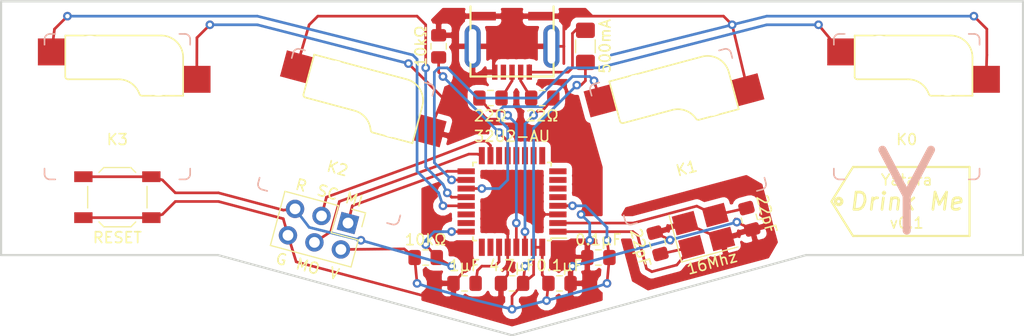
<source format=kicad_pcb>
(kicad_pcb (version 20171130) (host pcbnew 5.0.2+dfsg1-1)

  (general
    (thickness 1.6)
    (drawings 41)
    (tracks 237)
    (zones 0)
    (modules 20)
    (nets 34)
  )

  (page User 148.006 210.007)
  (title_block
    (title "Drink Me")
    (rev 0.1)
    (company Yatara)
  )

  (layers
    (0 F.Cu signal)
    (31 B.Cu signal)
    (32 B.Adhes user)
    (33 F.Adhes user)
    (34 B.Paste user)
    (35 F.Paste user)
    (36 B.SilkS user)
    (37 F.SilkS user)
    (38 B.Mask user)
    (39 F.Mask user)
    (40 Dwgs.User user)
    (41 Cmts.User user)
    (42 Eco1.User user)
    (43 Eco2.User user)
    (44 Edge.Cuts user)
    (45 Margin user)
    (46 B.CrtYd user)
    (47 F.CrtYd user)
    (48 B.Fab user)
    (49 F.Fab user)
  )

  (setup
    (last_trace_width 0.25)
    (trace_clearance 0.2)
    (zone_clearance 0.508)
    (zone_45_only no)
    (trace_min 0.2)
    (segment_width 0.6)
    (edge_width 0.15)
    (via_size 0.8)
    (via_drill 0.4)
    (via_min_size 0.4)
    (via_min_drill 0.3)
    (uvia_size 0.3)
    (uvia_drill 0.1)
    (uvias_allowed no)
    (uvia_min_size 0.2)
    (uvia_min_drill 0.1)
    (pcb_text_width 0.3)
    (pcb_text_size 1.5 1.5)
    (mod_edge_width 0.15)
    (mod_text_size 1 1)
    (mod_text_width 0.15)
    (pad_size 1.524 1.524)
    (pad_drill 0.762)
    (pad_to_mask_clearance 0.051)
    (solder_mask_min_width 0.25)
    (aux_axis_origin 0 0)
    (visible_elements FFFFFF7F)
    (pcbplotparams
      (layerselection 0x010fc_ffffffff)
      (usegerberextensions true)
      (usegerberattributes false)
      (usegerberadvancedattributes false)
      (creategerberjobfile false)
      (excludeedgelayer true)
      (linewidth 0.100000)
      (plotframeref false)
      (viasonmask false)
      (mode 1)
      (useauxorigin false)
      (hpglpennumber 1)
      (hpglpenspeed 20)
      (hpglpendiameter 15.000000)
      (psnegative false)
      (psa4output false)
      (plotreference true)
      (plotvalue true)
      (plotinvisibletext false)
      (padsonsilk false)
      (subtractmaskfromsilk false)
      (outputformat 1)
      (mirror false)
      (drillshape 0)
      (scaleselection 1)
      (outputdirectory "gerber/"))
  )

  (net 0 "")
  (net 1 GND)
  (net 2 VCC)
  (net 3 "Net-(J1-Pad4)")
  (net 4 "Net-(R2-Pad2)")
  (net 5 "Net-(R3-Pad1)")
  (net 6 "Net-(U1-Pad7)")
  (net 7 "Net-(U1-Pad8)")
  (net 8 "Net-(U1-Pad12)")
  (net 9 "Net-(U1-Pad22)")
  (net 10 "Net-(U1-Pad25)")
  (net 11 "Net-(U1-Pad26)")
  (net 12 D-)
  (net 13 D+)
  (net 14 KEY3)
  (net 15 KEY0)
  (net 16 KEY1)
  (net 17 KEY2)
  (net 18 "Net-(R4-Pad2)")
  (net 19 RST)
  (net 20 +5V)
  (net 21 "Net-(C2-Pad2)")
  (net 22 "Net-(U1-Pad5)")
  (net 23 "Net-(U1-Pad10)")
  (net 24 "Net-(U1-Pad11)")
  (net 25 "Net-(U1-Pad14)")
  (net 26 SCK)
  (net 27 MOSI)
  (net 28 MISO)
  (net 29 "Net-(U1-Pad23)")
  (net 30 "Net-(C8-Pad2)")
  (net 31 "Net-(U1-Pad6)")
  (net 32 "Net-(U1-Pad9)")
  (net 33 "Net-(C1-Pad2)")

  (net_class Default "This is the default net class."
    (clearance 0.2)
    (trace_width 0.25)
    (via_dia 0.8)
    (via_drill 0.4)
    (uvia_dia 0.3)
    (uvia_drill 0.1)
    (add_net +5V)
    (add_net D+)
    (add_net D-)
    (add_net GND)
    (add_net KEY0)
    (add_net KEY1)
    (add_net KEY2)
    (add_net KEY3)
    (add_net MISO)
    (add_net MOSI)
    (add_net "Net-(C1-Pad2)")
    (add_net "Net-(C2-Pad2)")
    (add_net "Net-(C8-Pad2)")
    (add_net "Net-(J1-Pad4)")
    (add_net "Net-(R2-Pad2)")
    (add_net "Net-(R3-Pad1)")
    (add_net "Net-(R4-Pad2)")
    (add_net "Net-(U1-Pad10)")
    (add_net "Net-(U1-Pad11)")
    (add_net "Net-(U1-Pad12)")
    (add_net "Net-(U1-Pad14)")
    (add_net "Net-(U1-Pad22)")
    (add_net "Net-(U1-Pad23)")
    (add_net "Net-(U1-Pad25)")
    (add_net "Net-(U1-Pad26)")
    (add_net "Net-(U1-Pad5)")
    (add_net "Net-(U1-Pad6)")
    (add_net "Net-(U1-Pad7)")
    (add_net "Net-(U1-Pad8)")
    (add_net "Net-(U1-Pad9)")
    (add_net RST)
    (add_net SCK)
    (add_net VCC)
  )

  (module Button_Switch_SMD:SW_SPST_TL3342 (layer F.Cu) (tedit 5E15B31B) (tstamp 5E1C2960)
    (at 37.425 82.4)
    (descr "Low-profile SMD Tactile Switch, https://www.e-switch.com/system/asset/product_line/data_sheet/165/TL3342.pdf")
    (tags "SPST Tactile Switch")
    (path /5C1541E4)
    (attr smd)
    (fp_text reference SW1 (at 0 -3.75) (layer F.SilkS) hide
      (effects (font (size 1 1) (thickness 0.15)))
    )
    (fp_text value RESET (at 0 3.75) (layer F.Fab) hide
      (effects (font (size 1 1) (thickness 0.15)))
    )
    (fp_circle (center 0 0) (end 1 0) (layer F.Fab) (width 0.1))
    (fp_line (start -4.25 3) (end -4.25 -3) (layer F.CrtYd) (width 0.05))
    (fp_line (start 4.25 3) (end -4.25 3) (layer F.CrtYd) (width 0.05))
    (fp_line (start 4.25 -3) (end 4.25 3) (layer F.CrtYd) (width 0.05))
    (fp_line (start -4.25 -3) (end 4.25 -3) (layer F.CrtYd) (width 0.05))
    (fp_line (start -1.2 -2.6) (end -2.6 -1.2) (layer F.Fab) (width 0.1))
    (fp_line (start 1.2 -2.6) (end -1.2 -2.6) (layer F.Fab) (width 0.1))
    (fp_line (start 2.6 -1.2) (end 1.2 -2.6) (layer F.Fab) (width 0.1))
    (fp_line (start 2.6 1.2) (end 2.6 -1.2) (layer F.Fab) (width 0.1))
    (fp_line (start 1.2 2.6) (end 2.6 1.2) (layer F.Fab) (width 0.1))
    (fp_line (start -1.2 2.6) (end 1.2 2.6) (layer F.Fab) (width 0.1))
    (fp_line (start -2.6 1.2) (end -1.2 2.6) (layer F.Fab) (width 0.1))
    (fp_line (start -2.6 -1.2) (end -2.6 1.2) (layer F.Fab) (width 0.1))
    (fp_line (start -1.25 -2.75) (end 1.25 -2.75) (layer F.SilkS) (width 0.12))
    (fp_line (start -2.75 -1) (end -2.75 1) (layer F.SilkS) (width 0.12))
    (fp_line (start -1.25 2.75) (end 1.25 2.75) (layer F.SilkS) (width 0.12))
    (fp_line (start 2.75 -1) (end 2.75 1) (layer F.SilkS) (width 0.12))
    (fp_line (start -2 1) (end -2 -1) (layer F.Fab) (width 0.1))
    (fp_line (start -1 2) (end -2 1) (layer F.Fab) (width 0.1))
    (fp_line (start 1 2) (end -1 2) (layer F.Fab) (width 0.1))
    (fp_line (start 2 1) (end 1 2) (layer F.Fab) (width 0.1))
    (fp_line (start 2 -1) (end 2 1) (layer F.Fab) (width 0.1))
    (fp_line (start 1 -2) (end 2 -1) (layer F.Fab) (width 0.1))
    (fp_line (start -1 -2) (end 1 -2) (layer F.Fab) (width 0.1))
    (fp_line (start -2 -1) (end -1 -2) (layer F.Fab) (width 0.1))
    (fp_line (start -1.7 -2.3) (end -1.25 -2.75) (layer F.SilkS) (width 0.12))
    (fp_line (start 1.7 -2.3) (end 1.25 -2.75) (layer F.SilkS) (width 0.12))
    (fp_line (start 1.7 2.3) (end 1.25 2.75) (layer F.SilkS) (width 0.12))
    (fp_line (start -1.7 2.3) (end -1.25 2.75) (layer F.SilkS) (width 0.12))
    (fp_line (start 3.2 1.6) (end 2.2 1.6) (layer F.Fab) (width 0.1))
    (fp_line (start 2.7 2.1) (end 2.7 1.6) (layer F.Fab) (width 0.1))
    (fp_line (start 1.7 2.1) (end 3.2 2.1) (layer F.Fab) (width 0.1))
    (fp_line (start -1.7 2.1) (end -3.2 2.1) (layer F.Fab) (width 0.1))
    (fp_line (start -3.2 1.6) (end -2.2 1.6) (layer F.Fab) (width 0.1))
    (fp_line (start -2.7 2.1) (end -2.7 1.6) (layer F.Fab) (width 0.1))
    (fp_line (start -3.2 -1.6) (end -2.2 -1.6) (layer F.Fab) (width 0.1))
    (fp_line (start -1.7 -2.1) (end -3.2 -2.1) (layer F.Fab) (width 0.1))
    (fp_line (start -2.7 -2.1) (end -2.7 -1.6) (layer F.Fab) (width 0.1))
    (fp_line (start 3.2 -1.6) (end 2.2 -1.6) (layer F.Fab) (width 0.1))
    (fp_line (start 1.7 -2.1) (end 3.2 -2.1) (layer F.Fab) (width 0.1))
    (fp_line (start 2.7 -2.1) (end 2.7 -1.6) (layer F.Fab) (width 0.1))
    (fp_line (start -3.2 -2.1) (end -3.2 -1.6) (layer F.Fab) (width 0.1))
    (fp_line (start -3.2 2.1) (end -3.2 1.6) (layer F.Fab) (width 0.1))
    (fp_line (start 3.2 -2.1) (end 3.2 -1.6) (layer F.Fab) (width 0.1))
    (fp_line (start 3.2 2.1) (end 3.2 1.6) (layer F.Fab) (width 0.1))
    (fp_text user RESET (at 0 3.75) (layer F.SilkS)
      (effects (font (size 1 1) (thickness 0.15)))
    )
    (pad 2 smd rect (at 3.15 1.9) (size 1.7 1) (layers F.Cu F.Paste F.Mask)
      (net 1 GND))
    (pad 2 smd rect (at -3.15 1.9) (size 1.7 1) (layers F.Cu F.Paste F.Mask)
      (net 1 GND))
    (pad 1 smd rect (at 3.15 -1.9) (size 1.7 1) (layers F.Cu F.Paste F.Mask)
      (net 19 RST))
    (pad 1 smd rect (at -3.15 -1.9) (size 1.7 1) (layers F.Cu F.Paste F.Mask)
      (net 19 RST))
    (model ${KISYS3DMOD}/Button_Switch_SMD.3dshapes/SW_SPST_TL3342.wrl
      (at (xyz 0 0 0))
      (scale (xyz 1 1 1))
      (rotate (xyz 0 0 0))
    )
  )

  (module Crystal:Crystal_SMD_3225-4Pin_3.2x2.5mm_HandSoldering (layer F.Cu) (tedit 5E15AC4F) (tstamp 5E23C47D)
    (at 91.739555 85.544709 15)
    (descr "SMD Crystal SERIES SMD3225/4 http://www.txccrystal.com/images/pdf/7m-accuracy.pdf, hand-soldering, 3.2x2.5mm^2 package")
    (tags "SMD SMT crystal hand-soldering")
    (path /5E132771)
    (attr smd)
    (fp_text reference Y1 (at 0 -3.05 15) (layer F.Fab)
      (effects (font (size 1 1) (thickness 0.15)))
    )
    (fp_text value 16Mhz (at 0 3.05 15) (layer F.SilkS)
      (effects (font (size 1 1) (thickness 0.15)))
    )
    (fp_text user %R (at 0 0 15) (layer F.Fab)
      (effects (font (size 0.7 0.7) (thickness 0.105)))
    )
    (fp_line (start -1.6 -1.25) (end -1.6 1.25) (layer F.Fab) (width 0.1))
    (fp_line (start -1.6 1.25) (end 1.6 1.25) (layer F.Fab) (width 0.1))
    (fp_line (start 1.6 1.25) (end 1.6 -1.25) (layer F.Fab) (width 0.1))
    (fp_line (start 1.6 -1.25) (end -1.6 -1.25) (layer F.Fab) (width 0.1))
    (fp_line (start -1.6 0.25) (end -0.6 1.25) (layer F.Fab) (width 0.1))
    (fp_line (start -2.7 -2.25) (end -2.7 2.25) (layer F.SilkS) (width 0.12))
    (fp_line (start -2.7 2.25) (end 2.7 2.25) (layer F.SilkS) (width 0.12))
    (fp_line (start -2.8 -2.3) (end -2.8 2.3) (layer F.CrtYd) (width 0.05))
    (fp_line (start -2.8 2.3) (end 2.8 2.3) (layer F.CrtYd) (width 0.05))
    (fp_line (start 2.8 2.3) (end 2.8 -2.3) (layer F.CrtYd) (width 0.05))
    (fp_line (start 2.8 -2.3) (end -2.8 -2.3) (layer F.CrtYd) (width 0.05))
    (pad 1 smd rect (at -1.45 1.15 15) (size 2.1 1.8) (layers F.Cu F.Paste F.Mask)
      (net 33 "Net-(C1-Pad2)"))
    (pad 2 smd rect (at 1.45 1.15 15) (size 2.1 1.8) (layers F.Cu F.Paste F.Mask)
      (net 1 GND))
    (pad 3 smd rect (at 1.45 -1.15 15) (size 2.1 1.8) (layers F.Cu F.Paste F.Mask)
      (net 21 "Net-(C2-Pad2)"))
    (pad 4 smd rect (at -1.45 -1.15 15) (size 2.1 1.8) (layers F.Cu F.Paste F.Mask)
      (net 1 GND))
    (model ${KISYS3DMOD}/Crystal.3dshapes/Crystal_SMD_3225-4Pin_3.2x2.5mm_HandSoldering.wrl
      (at (xyz 0 0 0))
      (scale (xyz 1 1 1))
      (rotate (xyz 0 0 0))
    )
  )

  (module Yatara:Kailh_PCB_Socket_1511_MX (layer F.Cu) (tedit 5CE43AEB) (tstamp 5E1C28BE)
    (at 58.6157 76.7898 345)
    (path /5C16D906)
    (fp_text reference K2 (at 0 3.05 345) (layer F.SilkS)
      (effects (font (size 1 1) (thickness 0.15)))
    )
    (fp_text value KEYSW (at 0 -0.5 345) (layer F.Fab)
      (effects (font (size 1 1) (thickness 0.15)))
    )
    (fp_line (start 4.064 -6.604001) (end -4.826 -6.604) (layer F.SilkS) (width 0.15))
    (fp_line (start -4.826 -6.604) (end -4.826 -2.793999) (layer F.SilkS) (width 0.15))
    (fp_line (start 6.096 -1.016) (end 6.096 -4.572) (layer F.SilkS) (width 0.15))
    (fp_arc (start 4.064 -4.572) (end 6.096 -4.572) (angle -90) (layer F.SilkS) (width 0.15))
    (fp_line (start 6.096 -1.016) (end 2.286 -1.016) (layer F.SilkS) (width 0.15))
    (fp_line (start 0.127 -2.54) (end -4.572 -2.54) (layer F.SilkS) (width 0.15))
    (fp_arc (start -4.571999 -2.794) (end -4.826 -2.793999) (angle -90) (layer F.SilkS) (width 0.15))
    (fp_arc (start 0.127 -0.508) (end 0.127 -2.54) (angle 69) (layer F.SilkS) (width 0.15))
    (fp_arc (start 2.286 -1.27) (end 2.286 -1.016) (angle 69) (layer F.SilkS) (width 0.15))
    (fp_line (start 8.89 -0.76) (end 8.89 -6.86) (layer F.CrtYd) (width 0.05))
    (fp_line (start 8.89 -6.86) (end -7.62 -6.86) (layer F.CrtYd) (width 0.05))
    (fp_line (start -7.62 -6.86) (end -7.62 -0.76) (layer F.CrtYd) (width 0.05))
    (fp_line (start -7.62 -0.76) (end 8.89 -0.76) (layer F.CrtYd) (width 0.05))
    (fp_line (start 7 7) (end 7 -7) (layer B.CrtYd) (width 0.05))
    (fp_line (start 7 -7) (end -7 -7) (layer B.CrtYd) (width 0.05))
    (fp_line (start -7 -7) (end -7 7) (layer B.CrtYd) (width 0.05))
    (fp_line (start -7 7) (end 7 7) (layer B.CrtYd) (width 0.05))
    (fp_arc (start 6.25 -6.25) (end 6.75 -6.25) (angle -90) (layer B.SilkS) (width 0.15))
    (fp_arc (start 6.25 6.25) (end 6.25 6.75) (angle -90) (layer B.SilkS) (width 0.15))
    (fp_arc (start -6.25 6.25) (end -6.75 6.25) (angle -90) (layer B.SilkS) (width 0.15))
    (fp_arc (start -6.25 -6.25) (end -6.25 -6.75) (angle -90) (layer B.SilkS) (width 0.15))
    (fp_line (start 6.25 -6.75) (end 5.75 -6.75) (layer B.SilkS) (width 0.15))
    (fp_line (start 6.75 -6.25) (end 6.75 -5.75) (layer B.SilkS) (width 0.15))
    (fp_line (start 6.75 6.25) (end 6.75 5.75) (layer B.SilkS) (width 0.15))
    (fp_line (start 6.25 6.75) (end 5.75 6.75) (layer B.SilkS) (width 0.15))
    (fp_line (start -6.25 6.75) (end -5.75 6.75) (layer B.SilkS) (width 0.15))
    (fp_line (start -6.75 6.25) (end -6.75 5.75) (layer B.SilkS) (width 0.15))
    (fp_line (start -6.75 -6.25) (end -6.75 -5.75) (layer B.SilkS) (width 0.15))
    (fp_line (start -6.25 -6.75) (end -5.75 -6.75) (layer B.SilkS) (width 0.15))
    (pad "" np_thru_hole circle (at 0 0 345) (size 4 4) (drill 4) (layers *.Cu *.Mask))
    (pad "" np_thru_hole circle (at 5.08 0 345) (size 1.7 1.7) (drill 1.7) (layers *.Cu *.Mask))
    (pad "" np_thru_hole circle (at -5.08 0 345) (size 1.7 1.7) (drill 1.7) (layers *.Cu *.Mask))
    (pad "" np_thru_hole circle (at -2.540001 -5.08 345) (size 3 3) (drill 3) (layers *.Cu *.Mask))
    (pad "" np_thru_hole circle (at 3.81 -2.54 345) (size 3 3) (drill 3) (layers *.Cu *.Mask))
    (pad 2 smd rect (at -6.09 -5.08 345) (size 2.55 2.5) (layers F.Cu F.Paste F.Mask)
      (net 17 KEY2))
    (pad 1 smd rect (at 7.360001 -2.54 345) (size 2.55 2.5) (layers F.Cu F.Paste F.Mask)
      (net 1 GND))
    (model ${YATARA3DMOD}/Kailh_PCB_Socket_1511_MX.step
      (at (xyz 0 0 0))
      (scale (xyz 1 1 1))
      (rotate (xyz 0 0 0))
    )
  )

  (module Connector_PinHeader_2.54mm:PinHeader_2x03_P2.54mm_Vertical (layer F.Cu) (tedit 5E15A3E7) (tstamp 5E23779D)
    (at 58.8 84.8 255)
    (descr "Through hole straight pin header, 2x03, 2.54mm pitch, double rows")
    (tags "Through hole pin header THT 2x03 2.54mm double row")
    (path /5E128D0E)
    (fp_text reference J0 (at 1.27 -2.33 255) (layer F.Fab)
      (effects (font (size 1 1) (thickness 0.15)))
    )
    (fp_text value AVR-ISP-6 (at 1.27 7.41 255) (layer F.Fab) hide
      (effects (font (size 1 1) (thickness 0.15)))
    )
    (fp_line (start 0 -1.27) (end 3.81 -1.27) (layer F.Fab) (width 0.1))
    (fp_line (start 3.81 -1.27) (end 3.81 6.350002) (layer F.Fab) (width 0.1))
    (fp_line (start 3.81 6.350002) (end -1.27 6.35) (layer F.Fab) (width 0.1))
    (fp_line (start -1.27 6.35) (end -1.27 0) (layer F.Fab) (width 0.1))
    (fp_line (start -1.27 0) (end 0 -1.27) (layer F.Fab) (width 0.1))
    (fp_line (start -1.33 6.41) (end 3.87 6.41) (layer F.SilkS) (width 0.12))
    (fp_line (start -1.330002 1.27) (end -1.33 6.41) (layer F.SilkS) (width 0.12))
    (fp_line (start 3.87 -1.33) (end 3.87 6.41) (layer F.SilkS) (width 0.12))
    (fp_line (start -1.330002 1.27) (end 1.27 1.27) (layer F.SilkS) (width 0.12))
    (fp_line (start 1.27 1.27) (end 1.27 -1.33) (layer F.SilkS) (width 0.12))
    (fp_line (start 1.27 -1.33) (end 3.87 -1.33) (layer F.SilkS) (width 0.12))
    (fp_line (start -1.33 0) (end -1.33 -1.33) (layer F.SilkS) (width 0.12))
    (fp_line (start -1.33 -1.33) (end 0 -1.33) (layer F.SilkS) (width 0.12))
    (fp_line (start -1.8 -1.8) (end -1.8 6.85) (layer F.CrtYd) (width 0.05))
    (fp_line (start -1.8 6.85) (end 4.35 6.85) (layer F.CrtYd) (width 0.05))
    (fp_line (start 4.35 6.85) (end 4.35 -1.8) (layer F.CrtYd) (width 0.05))
    (fp_line (start 4.35 -1.8) (end -1.8 -1.8) (layer F.CrtYd) (width 0.05))
    (fp_text user %R (at 1.27 2.54 345) (layer F.Fab)
      (effects (font (size 1 1) (thickness 0.15)))
    )
    (pad 1 thru_hole rect (at 0 0 255) (size 1.7 1.7) (drill 1) (layers *.Cu *.Mask)
      (net 28 MISO))
    (pad 2 thru_hole oval (at 2.54 0 255) (size 1.7 1.7) (drill 1) (layers *.Cu *.Mask)
      (net 20 +5V))
    (pad 3 thru_hole oval (at 0 2.54 255) (size 1.7 1.7) (drill 1) (layers *.Cu *.Mask)
      (net 26 SCK))
    (pad 4 thru_hole oval (at 2.54 2.54 255) (size 1.7 1.7) (drill 1) (layers *.Cu *.Mask)
      (net 27 MOSI))
    (pad 5 thru_hole oval (at 0 5.08 255) (size 1.7 1.7) (drill 1) (layers *.Cu *.Mask)
      (net 19 RST))
    (pad 6 thru_hole oval (at 2.54 5.08 255) (size 1.7 1.7) (drill 1) (layers *.Cu *.Mask)
      (net 1 GND))
    (model ${KISYS3DMOD}/Connector_PinHeader_2.54mm.3dshapes/PinHeader_2x03_P2.54mm_Vertical.wrl
      (at (xyz 0 0 0))
      (scale (xyz 1 1 1))
      (rotate (xyz 0 0 0))
    )
  )

  (module Resistor_SMD:R_0805_2012Metric_Pad1.15x1.40mm_HandSolder (layer F.Cu) (tedit 5B36C52B) (tstamp 5E1C2908)
    (at 67.2 68.4 270)
    (descr "Resistor SMD 0805 (2012 Metric), square (rectangular) end terminal, IPC_7351 nominal with elongated pad for handsoldering. (Body size source: https://docs.google.com/spreadsheets/d/1BsfQQcO9C6DZCsRaXUlFlo91Tg2WpOkGARC1WS5S8t0/edit?usp=sharing), generated with kicad-footprint-generator")
    (tags "resistor handsolder")
    (path /5C1585B2)
    (attr smd)
    (fp_text reference R2 (at 0 -1.65 270) (layer F.Fab)
      (effects (font (size 1 1) (thickness 0.15)))
    )
    (fp_text value 10kΩ (at 0 1.65 270) (layer F.SilkS)
      (effects (font (size 1 1) (thickness 0.15)))
    )
    (fp_text user %R (at 0 0 270) (layer F.Fab)
      (effects (font (size 0.5 0.5) (thickness 0.08)))
    )
    (fp_line (start 1.85 0.95) (end -1.85 0.95) (layer F.CrtYd) (width 0.05))
    (fp_line (start 1.85 -0.95) (end 1.85 0.95) (layer F.CrtYd) (width 0.05))
    (fp_line (start -1.85 -0.95) (end 1.85 -0.95) (layer F.CrtYd) (width 0.05))
    (fp_line (start -1.85 0.95) (end -1.85 -0.95) (layer F.CrtYd) (width 0.05))
    (fp_line (start -0.261252 0.71) (end 0.261252 0.71) (layer F.SilkS) (width 0.12))
    (fp_line (start -0.261252 -0.71) (end 0.261252 -0.71) (layer F.SilkS) (width 0.12))
    (fp_line (start 1 0.6) (end -1 0.6) (layer F.Fab) (width 0.1))
    (fp_line (start 1 -0.6) (end 1 0.6) (layer F.Fab) (width 0.1))
    (fp_line (start -1 -0.6) (end 1 -0.6) (layer F.Fab) (width 0.1))
    (fp_line (start -1 0.6) (end -1 -0.6) (layer F.Fab) (width 0.1))
    (pad 2 smd roundrect (at 1.025 0 270) (size 1.15 1.4) (layers F.Cu F.Paste F.Mask) (roundrect_rratio 0.217391)
      (net 4 "Net-(R2-Pad2)"))
    (pad 1 smd roundrect (at -1.025 0 270) (size 1.15 1.4) (layers F.Cu F.Paste F.Mask) (roundrect_rratio 0.217391)
      (net 1 GND))
    (model ${KISYS3DMOD}/Resistor_SMD.3dshapes/R_0805_2012Metric.wrl
      (at (xyz 0 0 0))
      (scale (xyz 1 1 1))
      (rotate (xyz 0 0 0))
    )
  )

  (module Package_QFP:TQFP-32_7x7mm_P0.8mm (layer F.Cu) (tedit 5E15A800) (tstamp 5E2941CD)
    (at 74 82.8 180)
    (descr "32-Lead Plastic Thin Quad Flatpack (PT) - 7x7x1.0 mm Body, 2.00 mm [TQFP] (see Microchip Packaging Specification 00000049BS.pdf)")
    (tags "QFP 0.8")
    (path /5E168047)
    (attr smd)
    (fp_text reference U1 (at 0 -6.05 180) (layer F.Fab)
      (effects (font (size 1 1) (thickness 0.15)))
    )
    (fp_text value 32U2-AU (at 0 6.05 180) (layer F.SilkS)
      (effects (font (size 1 1) (thickness 0.15)))
    )
    (fp_text user %R (at 0 0 180) (layer F.Fab) hide
      (effects (font (size 1 1) (thickness 0.15)))
    )
    (fp_line (start -2.5 -3.5) (end 3.5 -3.5) (layer F.Fab) (width 0.15))
    (fp_line (start 3.5 -3.5) (end 3.5 3.5) (layer F.Fab) (width 0.15))
    (fp_line (start 3.5 3.5) (end -3.5 3.5) (layer F.Fab) (width 0.15))
    (fp_line (start -3.5 3.5) (end -3.5 -2.5) (layer F.Fab) (width 0.15))
    (fp_line (start -3.5 -2.5) (end -2.5 -3.5) (layer F.Fab) (width 0.15))
    (fp_line (start -5.3 -5.3) (end -5.3 5.3) (layer F.CrtYd) (width 0.05))
    (fp_line (start 5.3 -5.3) (end 5.3 5.3) (layer F.CrtYd) (width 0.05))
    (fp_line (start -5.3 -5.3) (end 5.3 -5.3) (layer F.CrtYd) (width 0.05))
    (fp_line (start -5.3 5.3) (end 5.3 5.3) (layer F.CrtYd) (width 0.05))
    (fp_line (start -3.625 -3.625) (end -3.625 -3.4) (layer F.SilkS) (width 0.15))
    (fp_line (start 3.625 -3.625) (end 3.625 -3.3) (layer F.SilkS) (width 0.15))
    (fp_line (start 3.625 3.625) (end 3.625 3.3) (layer F.SilkS) (width 0.15))
    (fp_line (start -3.625 3.625) (end -3.625 3.3) (layer F.SilkS) (width 0.15))
    (fp_line (start -3.625 -3.625) (end -3.3 -3.625) (layer F.SilkS) (width 0.15))
    (fp_line (start -3.625 3.625) (end -3.3 3.625) (layer F.SilkS) (width 0.15))
    (fp_line (start 3.625 3.625) (end 3.3 3.625) (layer F.SilkS) (width 0.15))
    (fp_line (start 3.625 -3.625) (end 3.3 -3.625) (layer F.SilkS) (width 0.15))
    (fp_line (start -3.625 -3.4) (end -5.05 -3.4) (layer F.SilkS) (width 0.15))
    (pad 1 smd rect (at -4.25 -2.8 180) (size 1.6 0.55) (layers F.Cu F.Paste F.Mask)
      (net 33 "Net-(C1-Pad2)"))
    (pad 2 smd rect (at -4.25 -2 180) (size 1.6 0.55) (layers F.Cu F.Paste F.Mask)
      (net 21 "Net-(C2-Pad2)"))
    (pad 3 smd rect (at -4.25 -1.2 180) (size 1.6 0.55) (layers F.Cu F.Paste F.Mask)
      (net 1 GND))
    (pad 4 smd rect (at -4.25 -0.4 180) (size 1.6 0.55) (layers F.Cu F.Paste F.Mask)
      (net 20 +5V))
    (pad 5 smd rect (at -4.25 0.4 180) (size 1.6 0.55) (layers F.Cu F.Paste F.Mask)
      (net 22 "Net-(U1-Pad5)"))
    (pad 6 smd rect (at -4.25 1.2 180) (size 1.6 0.55) (layers F.Cu F.Paste F.Mask)
      (net 31 "Net-(U1-Pad6)"))
    (pad 7 smd rect (at -4.25 2 180) (size 1.6 0.55) (layers F.Cu F.Paste F.Mask)
      (net 6 "Net-(U1-Pad7)"))
    (pad 8 smd rect (at -4.25 2.8 180) (size 1.6 0.55) (layers F.Cu F.Paste F.Mask)
      (net 7 "Net-(U1-Pad8)"))
    (pad 9 smd rect (at -2.8 4.25 270) (size 1.6 0.55) (layers F.Cu F.Paste F.Mask)
      (net 32 "Net-(U1-Pad9)"))
    (pad 10 smd rect (at -2 4.25 270) (size 1.6 0.55) (layers F.Cu F.Paste F.Mask)
      (net 23 "Net-(U1-Pad10)"))
    (pad 11 smd rect (at -1.2 4.25 270) (size 1.6 0.55) (layers F.Cu F.Paste F.Mask)
      (net 24 "Net-(U1-Pad11)"))
    (pad 12 smd rect (at -0.4 4.25 270) (size 1.6 0.55) (layers F.Cu F.Paste F.Mask)
      (net 8 "Net-(U1-Pad12)"))
    (pad 13 smd rect (at 0.4 4.25 270) (size 1.6 0.55) (layers F.Cu F.Paste F.Mask)
      (net 4 "Net-(R2-Pad2)"))
    (pad 14 smd rect (at 1.2 4.25 270) (size 1.6 0.55) (layers F.Cu F.Paste F.Mask)
      (net 25 "Net-(U1-Pad14)"))
    (pad 15 smd rect (at 2 4.25 270) (size 1.6 0.55) (layers F.Cu F.Paste F.Mask)
      (net 26 SCK))
    (pad 16 smd rect (at 2.8 4.25 270) (size 1.6 0.55) (layers F.Cu F.Paste F.Mask)
      (net 27 MOSI))
    (pad 17 smd rect (at 4.25 2.8 180) (size 1.6 0.55) (layers F.Cu F.Paste F.Mask)
      (net 28 MISO))
    (pad 18 smd rect (at 4.25 2 180) (size 1.6 0.55) (layers F.Cu F.Paste F.Mask)
      (net 15 KEY0))
    (pad 19 smd rect (at 4.25 1.2 180) (size 1.6 0.55) (layers F.Cu F.Paste F.Mask)
      (net 16 KEY1))
    (pad 20 smd rect (at 4.25 0.4 180) (size 1.6 0.55) (layers F.Cu F.Paste F.Mask)
      (net 17 KEY2))
    (pad 21 smd rect (at 4.25 -0.4 180) (size 1.6 0.55) (layers F.Cu F.Paste F.Mask)
      (net 14 KEY3))
    (pad 22 smd rect (at 4.25 -1.2 180) (size 1.6 0.55) (layers F.Cu F.Paste F.Mask)
      (net 9 "Net-(U1-Pad22)"))
    (pad 23 smd rect (at 4.25 -2 180) (size 1.6 0.55) (layers F.Cu F.Paste F.Mask)
      (net 29 "Net-(U1-Pad23)"))
    (pad 24 smd rect (at 4.25 -2.8 180) (size 1.6 0.55) (layers F.Cu F.Paste F.Mask)
      (net 19 RST))
    (pad 25 smd rect (at 2.8 -4.25 270) (size 1.6 0.55) (layers F.Cu F.Paste F.Mask)
      (net 10 "Net-(U1-Pad25)"))
    (pad 26 smd rect (at 2 -4.25 270) (size 1.6 0.55) (layers F.Cu F.Paste F.Mask)
      (net 11 "Net-(U1-Pad26)"))
    (pad 27 smd rect (at 1.2 -4.25 270) (size 1.6 0.55) (layers F.Cu F.Paste F.Mask)
      (net 30 "Net-(C8-Pad2)"))
    (pad 28 smd rect (at 0.4 -4.25 270) (size 1.6 0.55) (layers F.Cu F.Paste F.Mask)
      (net 1 GND))
    (pad 29 smd rect (at -0.4 -4.25 270) (size 1.6 0.55) (layers F.Cu F.Paste F.Mask)
      (net 5 "Net-(R3-Pad1)"))
    (pad 30 smd rect (at -1.2 -4.25 270) (size 1.6 0.55) (layers F.Cu F.Paste F.Mask)
      (net 18 "Net-(R4-Pad2)"))
    (pad 31 smd rect (at -2 -4.25 270) (size 1.6 0.55) (layers F.Cu F.Paste F.Mask)
      (net 20 +5V))
    (pad 32 smd rect (at -2.8 -4.25 270) (size 1.6 0.55) (layers F.Cu F.Paste F.Mask)
      (net 20 +5V))
    (model ${KISYS3DMOD}/Package_QFP.3dshapes/TQFP-32_7x7mm_P0.8mm.wrl
      (at (xyz 0 0 0))
      (scale (xyz 1 1 1))
      (rotate (xyz 0 0 0))
    )
  )

  (module Fuse:Fuse_1206_3216Metric_Pad1.42x1.75mm_HandSolder (layer F.Cu) (tedit 5E15B398) (tstamp 5E294213)
    (at 80.8 68.4 90)
    (descr "Fuse SMD 1206 (3216 Metric), square (rectangular) end terminal, IPC_7351 nominal with elongated pad for handsoldering. (Body size source: http://www.tortai-tech.com/upload/download/2011102023233369053.pdf), generated with kicad-footprint-generator")
    (tags "resistor handsolder")
    (path /5E2FBE72)
    (attr smd)
    (fp_text reference F1 (at 0 -1.82 90) (layer F.Fab)
      (effects (font (size 1 1) (thickness 0.15)))
    )
    (fp_text value 500mA (at 0 1.82 90) (layer F.SilkS)
      (effects (font (size 1 1) (thickness 0.15)))
    )
    (fp_line (start -1.6 0.8) (end -1.6 -0.8) (layer F.Fab) (width 0.1))
    (fp_line (start -1.6 -0.8) (end 1.6 -0.8) (layer F.Fab) (width 0.1))
    (fp_line (start 1.6 -0.8) (end 1.6 0.8) (layer F.Fab) (width 0.1))
    (fp_line (start 1.6 0.8) (end -1.6 0.8) (layer F.Fab) (width 0.1))
    (fp_line (start -0.602064 -0.91) (end 0.602064 -0.91) (layer F.SilkS) (width 0.12))
    (fp_line (start -0.602064 0.91) (end 0.602064 0.91) (layer F.SilkS) (width 0.12))
    (fp_line (start -2.45 1.12) (end -2.45 -1.12) (layer F.CrtYd) (width 0.05))
    (fp_line (start -2.45 -1.12) (end 2.45 -1.12) (layer F.CrtYd) (width 0.05))
    (fp_line (start 2.45 -1.12) (end 2.45 1.12) (layer F.CrtYd) (width 0.05))
    (fp_line (start 2.45 1.12) (end -2.45 1.12) (layer F.CrtYd) (width 0.05))
    (fp_text user %R (at 0 0 90) (layer F.Fab)
      (effects (font (size 0.8 0.8) (thickness 0.12)))
    )
    (pad 1 smd roundrect (at -1.4875 0 90) (size 1.425 1.75) (layers F.Cu F.Paste F.Mask) (roundrect_rratio 0.175439)
      (net 20 +5V))
    (pad 2 smd roundrect (at 1.4875 0 90) (size 1.425 1.75) (layers F.Cu F.Paste F.Mask) (roundrect_rratio 0.175439)
      (net 2 VCC))
    (model ${KISYS3DMOD}/Fuse.3dshapes/Fuse_1206_3216Metric.wrl
      (at (xyz 0 0 0))
      (scale (xyz 1 1 1))
      (rotate (xyz 0 0 0))
    )
  )

  (module Capacitor_SMD:C_0805_2012Metric_Pad1.15x1.40mm_HandSolder (layer F.Cu) (tedit 5E15AC39) (tstamp 5E23C447)
    (at 87.489482 86.683512 285)
    (descr "Capacitor SMD 0805 (2012 Metric), square (rectangular) end terminal, IPC_7351 nominal with elongated pad for handsoldering. (Body size source: https://docs.google.com/spreadsheets/d/1BsfQQcO9C6DZCsRaXUlFlo91Tg2WpOkGARC1WS5S8t0/edit?usp=sharing), generated with kicad-footprint-generator")
    (tags "capacitor handsolder")
    (path /5E1DE5E9)
    (attr smd)
    (fp_text reference C1 (at 0 -1.65 105) (layer F.Fab)
      (effects (font (size 1 1) (thickness 0.15)))
    )
    (fp_text value 22pF (at 0 1.65 285) (layer F.SilkS)
      (effects (font (size 1 1) (thickness 0.15)))
    )
    (fp_text user %R (at 0 0 285) (layer F.Fab)
      (effects (font (size 0.5 0.5) (thickness 0.08)))
    )
    (fp_line (start 1.85 0.95) (end -1.85 0.95) (layer F.CrtYd) (width 0.05))
    (fp_line (start 1.85 -0.95) (end 1.85 0.95) (layer F.CrtYd) (width 0.05))
    (fp_line (start -1.85 -0.95) (end 1.85 -0.95) (layer F.CrtYd) (width 0.05))
    (fp_line (start -1.85 0.95) (end -1.85 -0.95) (layer F.CrtYd) (width 0.05))
    (fp_line (start -0.261252 0.71) (end 0.261252 0.71) (layer F.SilkS) (width 0.12))
    (fp_line (start -0.261252 -0.71) (end 0.261252 -0.71) (layer F.SilkS) (width 0.12))
    (fp_line (start 1 0.599999) (end -1 0.600001) (layer F.Fab) (width 0.1))
    (fp_line (start 1 -0.600001) (end 1 0.599999) (layer F.Fab) (width 0.1))
    (fp_line (start -1 -0.599999) (end 1 -0.600001) (layer F.Fab) (width 0.1))
    (fp_line (start -1 0.600001) (end -1 -0.599999) (layer F.Fab) (width 0.1))
    (pad 2 smd roundrect (at 1.025 0 285) (size 1.15 1.4) (layers F.Cu F.Paste F.Mask) (roundrect_rratio 0.217391)
      (net 33 "Net-(C1-Pad2)"))
    (pad 1 smd roundrect (at -1.025 0 285) (size 1.15 1.4) (layers F.Cu F.Paste F.Mask) (roundrect_rratio 0.217391)
      (net 1 GND))
    (model ${KISYS3DMOD}/Capacitor_SMD.3dshapes/C_0805_2012Metric.wrl
      (at (xyz 0 0 0))
      (scale (xyz 1 1 1))
      (rotate (xyz 0 0 0))
    )
  )

  (module Capacitor_SMD:C_0805_2012Metric_Pad1.15x1.40mm_HandSolder (layer F.Cu) (tedit 5E15A835) (tstamp 5E23C4BF)
    (at 95.989629 84.405905 105)
    (descr "Capacitor SMD 0805 (2012 Metric), square (rectangular) end terminal, IPC_7351 nominal with elongated pad for handsoldering. (Body size source: https://docs.google.com/spreadsheets/d/1BsfQQcO9C6DZCsRaXUlFlo91Tg2WpOkGARC1WS5S8t0/edit?usp=sharing), generated with kicad-footprint-generator")
    (tags "capacitor handsolder")
    (path /5E1D3602)
    (attr smd)
    (fp_text reference C2 (at 0 -1.65 285) (layer F.Fab)
      (effects (font (size 1 1) (thickness 0.15)))
    )
    (fp_text value 22pF (at 0 1.65 105) (layer F.SilkS)
      (effects (font (size 1 1) (thickness 0.15)))
    )
    (fp_line (start -1 0.600001) (end -1 -0.599999) (layer F.Fab) (width 0.1))
    (fp_line (start -1 -0.599999) (end 1 -0.600001) (layer F.Fab) (width 0.1))
    (fp_line (start 1 -0.600001) (end 1 0.599999) (layer F.Fab) (width 0.1))
    (fp_line (start 1 0.599999) (end -1 0.600001) (layer F.Fab) (width 0.1))
    (fp_line (start -0.261252 -0.71) (end 0.261252 -0.71) (layer F.SilkS) (width 0.12))
    (fp_line (start -0.261252 0.71) (end 0.261252 0.71) (layer F.SilkS) (width 0.12))
    (fp_line (start -1.85 0.95) (end -1.85 -0.95) (layer F.CrtYd) (width 0.05))
    (fp_line (start -1.85 -0.95) (end 1.85 -0.95) (layer F.CrtYd) (width 0.05))
    (fp_line (start 1.85 -0.95) (end 1.85 0.95) (layer F.CrtYd) (width 0.05))
    (fp_line (start 1.85 0.95) (end -1.85 0.95) (layer F.CrtYd) (width 0.05))
    (fp_text user %R (at 0 0 105) (layer F.Fab)
      (effects (font (size 0.5 0.5) (thickness 0.08)))
    )
    (pad 1 smd roundrect (at -1.025 0 105) (size 1.15 1.4) (layers F.Cu F.Paste F.Mask) (roundrect_rratio 0.217391)
      (net 1 GND))
    (pad 2 smd roundrect (at 1.025 0 105) (size 1.15 1.4) (layers F.Cu F.Paste F.Mask) (roundrect_rratio 0.217391)
      (net 21 "Net-(C2-Pad2)"))
    (model ${KISYS3DMOD}/Capacitor_SMD.3dshapes/C_0805_2012Metric.wrl
      (at (xyz 0 0 0))
      (scale (xyz 1 1 1))
      (rotate (xyz 0 0 0))
    )
  )

  (module Capacitor_SMD:C_0805_2012Metric_Pad1.15x1.40mm_HandSolder (layer F.Cu) (tedit 5E15B34A) (tstamp 5E297902)
    (at 82 88 180)
    (descr "Capacitor SMD 0805 (2012 Metric), square (rectangular) end terminal, IPC_7351 nominal with elongated pad for handsoldering. (Body size source: https://docs.google.com/spreadsheets/d/1BsfQQcO9C6DZCsRaXUlFlo91Tg2WpOkGARC1WS5S8t0/edit?usp=sharing), generated with kicad-footprint-generator")
    (tags "capacitor handsolder")
    (path /5C150782)
    (attr smd)
    (fp_text reference C3 (at 0 -1.65 180) (layer F.Fab)
      (effects (font (size 1 1) (thickness 0.15)))
    )
    (fp_text value 0.1μF (at 0 1.65 180) (layer F.SilkS)
      (effects (font (size 1 1) (thickness 0.15)))
    )
    (fp_text user %R (at 0 0 180) (layer F.Fab)
      (effects (font (size 0.5 0.5) (thickness 0.08)))
    )
    (fp_line (start 1.85 0.95) (end -1.85 0.95) (layer F.CrtYd) (width 0.05))
    (fp_line (start 1.85 -0.95) (end 1.85 0.95) (layer F.CrtYd) (width 0.05))
    (fp_line (start -1.85 -0.95) (end 1.85 -0.95) (layer F.CrtYd) (width 0.05))
    (fp_line (start -1.85 0.95) (end -1.85 -0.95) (layer F.CrtYd) (width 0.05))
    (fp_line (start -0.261252 0.71) (end 0.261252 0.71) (layer F.SilkS) (width 0.12))
    (fp_line (start -0.261252 -0.71) (end 0.261252 -0.71) (layer F.SilkS) (width 0.12))
    (fp_line (start 1 0.6) (end -1 0.6) (layer F.Fab) (width 0.1))
    (fp_line (start 1 -0.6) (end 1 0.6) (layer F.Fab) (width 0.1))
    (fp_line (start -1 -0.6) (end 1 -0.6) (layer F.Fab) (width 0.1))
    (fp_line (start -1 0.6) (end -1 -0.6) (layer F.Fab) (width 0.1))
    (pad 2 smd roundrect (at 1.025 0 180) (size 1.15 1.4) (layers F.Cu F.Paste F.Mask) (roundrect_rratio 0.217391)
      (net 1 GND))
    (pad 1 smd roundrect (at -1.025 0 180) (size 1.15 1.4) (layers F.Cu F.Paste F.Mask) (roundrect_rratio 0.217391)
      (net 20 +5V))
    (model ${KISYS3DMOD}/Capacitor_SMD.3dshapes/C_0805_2012Metric.wrl
      (at (xyz 0 0 0))
      (scale (xyz 1 1 1))
      (rotate (xyz 0 0 0))
    )
  )

  (module Capacitor_SMD:C_0805_2012Metric_Pad1.15x1.40mm_HandSolder (layer F.Cu) (tedit 5E15B392) (tstamp 5E1C27D3)
    (at 78.4 90.4)
    (descr "Capacitor SMD 0805 (2012 Metric), square (rectangular) end terminal, IPC_7351 nominal with elongated pad for handsoldering. (Body size source: https://docs.google.com/spreadsheets/d/1BsfQQcO9C6DZCsRaXUlFlo91Tg2WpOkGARC1WS5S8t0/edit?usp=sharing), generated with kicad-footprint-generator")
    (tags "capacitor handsolder")
    (path /5C1507B2)
    (attr smd)
    (fp_text reference C4 (at 0 -1.65) (layer F.Fab)
      (effects (font (size 1 1) (thickness 0.15)))
    )
    (fp_text value 0.1μF (at 0 -1.65) (layer F.SilkS)
      (effects (font (size 1 1) (thickness 0.15)))
    )
    (fp_line (start -1 0.6) (end -1 -0.6) (layer F.Fab) (width 0.1))
    (fp_line (start -1 -0.6) (end 1 -0.6) (layer F.Fab) (width 0.1))
    (fp_line (start 1 -0.6) (end 1 0.6) (layer F.Fab) (width 0.1))
    (fp_line (start 1 0.6) (end -1 0.6) (layer F.Fab) (width 0.1))
    (fp_line (start -0.261252 -0.71) (end 0.261252 -0.71) (layer F.SilkS) (width 0.12))
    (fp_line (start -0.261252 0.71) (end 0.261252 0.71) (layer F.SilkS) (width 0.12))
    (fp_line (start -1.85 0.95) (end -1.85 -0.95) (layer F.CrtYd) (width 0.05))
    (fp_line (start -1.85 -0.95) (end 1.85 -0.95) (layer F.CrtYd) (width 0.05))
    (fp_line (start 1.85 -0.95) (end 1.85 0.95) (layer F.CrtYd) (width 0.05))
    (fp_line (start 1.85 0.95) (end -1.85 0.95) (layer F.CrtYd) (width 0.05))
    (fp_text user %R (at 0 0) (layer F.Fab)
      (effects (font (size 0.5 0.5) (thickness 0.08)))
    )
    (pad 1 smd roundrect (at -1.025 0) (size 1.15 1.4) (layers F.Cu F.Paste F.Mask) (roundrect_rratio 0.217391)
      (net 20 +5V))
    (pad 2 smd roundrect (at 1.025 0) (size 1.15 1.4) (layers F.Cu F.Paste F.Mask) (roundrect_rratio 0.217391)
      (net 1 GND))
    (model ${KISYS3DMOD}/Capacitor_SMD.3dshapes/C_0805_2012Metric.wrl
      (at (xyz 0 0 0))
      (scale (xyz 1 1 1))
      (rotate (xyz 0 0 0))
    )
  )

  (module Capacitor_SMD:C_0805_2012Metric_Pad1.15x1.40mm_HandSolder (layer F.Cu) (tedit 5E15B33F) (tstamp 5E29DE83)
    (at 74 90.4 180)
    (descr "Capacitor SMD 0805 (2012 Metric), square (rectangular) end terminal, IPC_7351 nominal with elongated pad for handsoldering. (Body size source: https://docs.google.com/spreadsheets/d/1BsfQQcO9C6DZCsRaXUlFlo91Tg2WpOkGARC1WS5S8t0/edit?usp=sharing), generated with kicad-footprint-generator")
    (tags "capacitor handsolder")
    (path /5C15082A)
    (attr smd)
    (fp_text reference C5 (at 0 -1.65 180) (layer F.Fab)
      (effects (font (size 1 1) (thickness 0.15)))
    )
    (fp_text value 4.7μF (at 0 1.65 180) (layer F.SilkS)
      (effects (font (size 1 1) (thickness 0.15)))
    )
    (fp_text user %R (at 0 0 180) (layer F.Fab)
      (effects (font (size 0.5 0.5) (thickness 0.08)))
    )
    (fp_line (start 1.85 0.95) (end -1.85 0.95) (layer F.CrtYd) (width 0.05))
    (fp_line (start 1.85 -0.95) (end 1.85 0.95) (layer F.CrtYd) (width 0.05))
    (fp_line (start -1.85 -0.95) (end 1.85 -0.95) (layer F.CrtYd) (width 0.05))
    (fp_line (start -1.85 0.95) (end -1.85 -0.95) (layer F.CrtYd) (width 0.05))
    (fp_line (start -0.261252 0.71) (end 0.261252 0.71) (layer F.SilkS) (width 0.12))
    (fp_line (start -0.261252 -0.71) (end 0.261252 -0.71) (layer F.SilkS) (width 0.12))
    (fp_line (start 1 0.6) (end -1 0.6) (layer F.Fab) (width 0.1))
    (fp_line (start 1 -0.6) (end 1 0.6) (layer F.Fab) (width 0.1))
    (fp_line (start -1 -0.6) (end 1 -0.6) (layer F.Fab) (width 0.1))
    (fp_line (start -1 0.6) (end -1 -0.6) (layer F.Fab) (width 0.1))
    (pad 2 smd roundrect (at 1.025 0 180) (size 1.15 1.4) (layers F.Cu F.Paste F.Mask) (roundrect_rratio 0.217391)
      (net 1 GND))
    (pad 1 smd roundrect (at -1.025 0 180) (size 1.15 1.4) (layers F.Cu F.Paste F.Mask) (roundrect_rratio 0.217391)
      (net 20 +5V))
    (model ${KISYS3DMOD}/Capacitor_SMD.3dshapes/C_0805_2012Metric.wrl
      (at (xyz 0 0 0))
      (scale (xyz 1 1 1))
      (rotate (xyz 0 0 0))
    )
  )

  (module Capacitor_SMD:C_0805_2012Metric_Pad1.15x1.40mm_HandSolder (layer F.Cu) (tedit 5E15B38A) (tstamp 5E297220)
    (at 69.6 90.4)
    (descr "Capacitor SMD 0805 (2012 Metric), square (rectangular) end terminal, IPC_7351 nominal with elongated pad for handsoldering. (Body size source: https://docs.google.com/spreadsheets/d/1BsfQQcO9C6DZCsRaXUlFlo91Tg2WpOkGARC1WS5S8t0/edit?usp=sharing), generated with kicad-footprint-generator")
    (tags "capacitor handsolder")
    (path /5C15A2BF)
    (attr smd)
    (fp_text reference C8 (at 0 -1.65) (layer F.Fab)
      (effects (font (size 1 1) (thickness 0.15)))
    )
    (fp_text value 1μF (at 0 -1.65) (layer F.SilkS)
      (effects (font (size 1 1) (thickness 0.15)))
    )
    (fp_line (start -1 0.6) (end -1 -0.6) (layer F.Fab) (width 0.1))
    (fp_line (start -1 -0.6) (end 1 -0.6) (layer F.Fab) (width 0.1))
    (fp_line (start 1 -0.6) (end 1 0.6) (layer F.Fab) (width 0.1))
    (fp_line (start 1 0.6) (end -1 0.6) (layer F.Fab) (width 0.1))
    (fp_line (start -0.261252 -0.71) (end 0.261252 -0.71) (layer F.SilkS) (width 0.12))
    (fp_line (start -0.261252 0.71) (end 0.261252 0.71) (layer F.SilkS) (width 0.12))
    (fp_line (start -1.85 0.95) (end -1.85 -0.95) (layer F.CrtYd) (width 0.05))
    (fp_line (start -1.85 -0.95) (end 1.85 -0.95) (layer F.CrtYd) (width 0.05))
    (fp_line (start 1.85 -0.95) (end 1.85 0.95) (layer F.CrtYd) (width 0.05))
    (fp_line (start 1.85 0.95) (end -1.85 0.95) (layer F.CrtYd) (width 0.05))
    (fp_text user %R (at 0 0) (layer F.Fab)
      (effects (font (size 0.5 0.5) (thickness 0.08)))
    )
    (pad 1 smd roundrect (at -1.025 0) (size 1.15 1.4) (layers F.Cu F.Paste F.Mask) (roundrect_rratio 0.217391)
      (net 1 GND))
    (pad 2 smd roundrect (at 1.025 0) (size 1.15 1.4) (layers F.Cu F.Paste F.Mask) (roundrect_rratio 0.217391)
      (net 30 "Net-(C8-Pad2)"))
    (model ${KISYS3DMOD}/Capacitor_SMD.3dshapes/C_0805_2012Metric.wrl
      (at (xyz 0 0 0))
      (scale (xyz 1 1 1))
      (rotate (xyz 0 0 0))
    )
  )

  (module keyboard_parts:USB_miniB_hirose_5S8 (layer F.Cu) (tedit 5950B1FC) (tstamp 5E1C2846)
    (at 74 70.8 180)
    (descr "USB miniB hirose UX60SC-MB-5S8")
    (tags "USB miniB hirose through hole UX60SC-MB-5S8")
    (path /5C15987B)
    (fp_text reference J1 (at 0 2.45 180) (layer F.Fab)
      (effects (font (size 0.8128 0.8128) (thickness 0.2032)))
    )
    (fp_text value USB_mini_micro_B (at 0 7.95 180) (layer Dwgs.User) hide
      (effects (font (size 1.524 1.524) (thickness 0.3048)))
    )
    (fp_line (start 3.85 -0.4) (end 3.85 6.1) (layer F.SilkS) (width 0.2))
    (fp_line (start -3.85 -0.4) (end -3.85 6.1) (layer F.SilkS) (width 0.2))
    (fp_line (start -3.85 -0.4) (end 3.85 -0.4) (layer F.SilkS) (width 0.2))
    (fp_line (start -1 6.1) (end 1 6.1) (layer Dwgs.User) (width 0.2))
    (fp_line (start -3.85 6.6) (end -3.85 5.7) (layer Dwgs.User) (width 0.2))
    (fp_line (start 3.85 6.6) (end 3.85 5.7) (layer Dwgs.User) (width 0.2))
    (fp_text user "PCB edge" (at -0.05 5.35 180) (layer Dwgs.User) hide
      (effects (font (size 0.5 0.5) (thickness 0.125)))
    )
    (fp_line (start -3.85 6.6) (end 3.85 6.6) (layer Dwgs.User) (width 0.2))
    (pad 6 smd rect (at 2.675 5.2 180) (size 2.35 0.8) (layers F.Cu F.Paste F.Mask)
      (net 1 GND))
    (pad 6 smd rect (at -2.675 5.2 180) (size 2.35 0.8) (layers F.Cu F.Paste F.Mask)
      (net 1 GND))
    (pad 1 smd rect (at -1.6 0 180) (size 0.5 1.4) (layers F.Cu F.Paste F.Mask)
      (net 2 VCC))
    (pad 2 smd rect (at -0.8 0 180) (size 0.5 1.4) (layers F.Cu F.Paste F.Mask)
      (net 12 D-))
    (pad 3 smd rect (at 0 0 180) (size 0.5 1.4) (layers F.Cu F.Paste F.Mask)
      (net 13 D+))
    (pad 4 smd rect (at 0.8 0 180) (size 0.5 1.4) (layers F.Cu F.Paste F.Mask)
      (net 3 "Net-(J1-Pad4)"))
    (pad 5 smd rect (at 1.6 0 180) (size 0.5 1.4) (layers F.Cu F.Paste F.Mask)
      (net 1 GND))
    (pad 6 thru_hole oval (at -3.65 2.4 180) (size 1.5 4) (drill oval 0.7 3.2) (layers *.Cu *.Mask F.Paste)
      (net 1 GND))
    (pad 6 thru_hole oval (at 3.65 2.4 180) (size 1.5 4) (drill oval 0.7 3.2) (layers *.Cu *.Mask F.Paste)
      (net 1 GND))
  )

  (module Yatara:Kailh_PCB_Socket_1511_MX (layer F.Cu) (tedit 5CE43AEB) (tstamp 5E2401D3)
    (at 110.575 74)
    (path /5C16D8B8)
    (fp_text reference K0 (at 0 3.05) (layer F.SilkS)
      (effects (font (size 1 1) (thickness 0.15)))
    )
    (fp_text value KEYSW (at 0 -0.5) (layer F.Fab)
      (effects (font (size 1 1) (thickness 0.15)))
    )
    (fp_line (start -6.25 -6.75) (end -5.75 -6.75) (layer B.SilkS) (width 0.15))
    (fp_line (start -6.75 -6.25) (end -6.75 -5.75) (layer B.SilkS) (width 0.15))
    (fp_line (start -6.75 6.25) (end -6.75 5.75) (layer B.SilkS) (width 0.15))
    (fp_line (start -6.25 6.75) (end -5.75 6.75) (layer B.SilkS) (width 0.15))
    (fp_line (start 6.25 6.75) (end 5.75 6.75) (layer B.SilkS) (width 0.15))
    (fp_line (start 6.75 6.25) (end 6.75 5.75) (layer B.SilkS) (width 0.15))
    (fp_line (start 6.75 -6.25) (end 6.75 -5.75) (layer B.SilkS) (width 0.15))
    (fp_line (start 6.25 -6.75) (end 5.75 -6.75) (layer B.SilkS) (width 0.15))
    (fp_arc (start -6.25 -6.25) (end -6.25 -6.75) (angle -90) (layer B.SilkS) (width 0.15))
    (fp_arc (start -6.25 6.25) (end -6.75 6.25) (angle -90) (layer B.SilkS) (width 0.15))
    (fp_arc (start 6.25 6.25) (end 6.25 6.75) (angle -90) (layer B.SilkS) (width 0.15))
    (fp_arc (start 6.25 -6.25) (end 6.75 -6.25) (angle -90) (layer B.SilkS) (width 0.15))
    (fp_line (start -7 7) (end 7 7) (layer B.CrtYd) (width 0.05))
    (fp_line (start -7 -7) (end -7 7) (layer B.CrtYd) (width 0.05))
    (fp_line (start 7 -7) (end -7 -7) (layer B.CrtYd) (width 0.05))
    (fp_line (start 7 7) (end 7 -7) (layer B.CrtYd) (width 0.05))
    (fp_line (start -7.62 -0.76) (end 8.89 -0.76) (layer F.CrtYd) (width 0.05))
    (fp_line (start -7.62 -6.86) (end -7.62 -0.76) (layer F.CrtYd) (width 0.05))
    (fp_line (start 8.89 -6.86) (end -7.62 -6.86) (layer F.CrtYd) (width 0.05))
    (fp_line (start 8.89 -0.76) (end 8.89 -6.86) (layer F.CrtYd) (width 0.05))
    (fp_arc (start 2.286 -1.27) (end 2.286 -1.016) (angle 69) (layer F.SilkS) (width 0.15))
    (fp_arc (start 0.127 -0.508) (end 0.127 -2.54) (angle 69) (layer F.SilkS) (width 0.15))
    (fp_arc (start -4.572 -2.794) (end -4.826 -2.794) (angle -90) (layer F.SilkS) (width 0.15))
    (fp_line (start 0.127 -2.54) (end -4.572 -2.54) (layer F.SilkS) (width 0.15))
    (fp_line (start 6.096 -1.016) (end 2.286 -1.016) (layer F.SilkS) (width 0.15))
    (fp_arc (start 4.064 -4.572) (end 6.096 -4.572) (angle -90) (layer F.SilkS) (width 0.15))
    (fp_line (start 6.096 -1.016) (end 6.096 -4.572) (layer F.SilkS) (width 0.15))
    (fp_line (start -4.826 -6.604) (end -4.826 -2.794) (layer F.SilkS) (width 0.15))
    (fp_line (start 4.064 -6.604) (end -4.826 -6.604) (layer F.SilkS) (width 0.15))
    (pad 1 smd rect (at 7.36 -2.54) (size 2.55 2.5) (layers F.Cu F.Paste F.Mask)
      (net 1 GND))
    (pad 2 smd rect (at -6.09 -5.08) (size 2.55 2.5) (layers F.Cu F.Paste F.Mask)
      (net 15 KEY0))
    (pad "" np_thru_hole circle (at 3.81 -2.54) (size 3 3) (drill 3) (layers *.Cu *.Mask))
    (pad "" np_thru_hole circle (at -2.54 -5.08) (size 3 3) (drill 3) (layers *.Cu *.Mask))
    (pad "" np_thru_hole circle (at -5.08 0) (size 1.7 1.7) (drill 1.7) (layers *.Cu *.Mask))
    (pad "" np_thru_hole circle (at 5.08 0) (size 1.7 1.7) (drill 1.7) (layers *.Cu *.Mask))
    (pad "" np_thru_hole circle (at 0 0) (size 4 4) (drill 4) (layers *.Cu *.Mask))
    (model ${YATARA3DMOD}/Kailh_PCB_Socket_1511_MX.step
      (at (xyz 0 0 0))
      (scale (xyz 1 1 1))
      (rotate (xyz 0 0 0))
    )
  )

  (module Yatara:Kailh_PCB_Socket_1511_MX (layer F.Cu) (tedit 5CE43AEB) (tstamp 5E2A222E)
    (at 89.3843 76.7898 15)
    (path /5C16D970)
    (fp_text reference K1 (at 0 3.05 15) (layer F.SilkS)
      (effects (font (size 1 1) (thickness 0.15)))
    )
    (fp_text value KEYSW (at 0 -0.5 15) (layer F.Fab)
      (effects (font (size 1 1) (thickness 0.15)))
    )
    (fp_line (start -6.25 -6.75) (end -5.75 -6.75) (layer B.SilkS) (width 0.15))
    (fp_line (start -6.75 -6.25) (end -6.75 -5.75) (layer B.SilkS) (width 0.15))
    (fp_line (start -6.75 6.25) (end -6.75 5.75) (layer B.SilkS) (width 0.15))
    (fp_line (start -6.25 6.75) (end -5.75 6.75) (layer B.SilkS) (width 0.15))
    (fp_line (start 6.25 6.75) (end 5.75 6.75) (layer B.SilkS) (width 0.15))
    (fp_line (start 6.75 6.25) (end 6.75 5.75) (layer B.SilkS) (width 0.15))
    (fp_line (start 6.75 -6.25) (end 6.75 -5.75) (layer B.SilkS) (width 0.15))
    (fp_line (start 6.25 -6.75) (end 5.75 -6.75) (layer B.SilkS) (width 0.15))
    (fp_arc (start -6.25 -6.25) (end -6.25 -6.75) (angle -90) (layer B.SilkS) (width 0.15))
    (fp_arc (start -6.25 6.25) (end -6.75 6.25) (angle -90) (layer B.SilkS) (width 0.15))
    (fp_arc (start 6.25 6.25) (end 6.25 6.75) (angle -90) (layer B.SilkS) (width 0.15))
    (fp_arc (start 6.25 -6.25) (end 6.75 -6.25) (angle -90) (layer B.SilkS) (width 0.15))
    (fp_line (start -7 7) (end 7 7) (layer B.CrtYd) (width 0.05))
    (fp_line (start -7 -7) (end -7 7) (layer B.CrtYd) (width 0.05))
    (fp_line (start 7 -7) (end -7 -7) (layer B.CrtYd) (width 0.05))
    (fp_line (start 7 7) (end 7 -7) (layer B.CrtYd) (width 0.05))
    (fp_line (start -7.62 -0.76) (end 8.89 -0.76) (layer F.CrtYd) (width 0.05))
    (fp_line (start -7.62 -6.86) (end -7.62 -0.76) (layer F.CrtYd) (width 0.05))
    (fp_line (start 8.89 -6.86) (end -7.62 -6.86) (layer F.CrtYd) (width 0.05))
    (fp_line (start 8.89 -0.76) (end 8.89 -6.86) (layer F.CrtYd) (width 0.05))
    (fp_arc (start 2.286 -1.27) (end 2.286 -1.016) (angle 69) (layer F.SilkS) (width 0.15))
    (fp_arc (start 0.127 -0.508) (end 0.127 -2.54) (angle 69) (layer F.SilkS) (width 0.15))
    (fp_arc (start -4.572 -2.794) (end -4.826 -2.794) (angle -90) (layer F.SilkS) (width 0.15))
    (fp_line (start 0.127 -2.54) (end -4.572 -2.54) (layer F.SilkS) (width 0.15))
    (fp_line (start 6.096 -1.016) (end 2.286 -1.016) (layer F.SilkS) (width 0.15))
    (fp_arc (start 4.064 -4.572) (end 6.096 -4.572) (angle -90) (layer F.SilkS) (width 0.15))
    (fp_line (start 6.096 -1.016) (end 6.096 -4.572) (layer F.SilkS) (width 0.15))
    (fp_line (start -4.826 -6.604) (end -4.826 -2.794) (layer F.SilkS) (width 0.15))
    (fp_line (start 4.064 -6.604) (end -4.826 -6.604) (layer F.SilkS) (width 0.15))
    (pad 1 smd rect (at 7.36 -2.54 15) (size 2.55 2.5) (layers F.Cu F.Paste F.Mask)
      (net 1 GND))
    (pad 2 smd rect (at -6.09 -5.08 15) (size 2.55 2.5) (layers F.Cu F.Paste F.Mask)
      (net 16 KEY1))
    (pad "" np_thru_hole circle (at 3.81 -2.54 15) (size 3 3) (drill 3) (layers *.Cu *.Mask))
    (pad "" np_thru_hole circle (at -2.54 -5.08 15) (size 3 3) (drill 3) (layers *.Cu *.Mask))
    (pad "" np_thru_hole circle (at -5.08 0 15) (size 1.7 1.7) (drill 1.7) (layers *.Cu *.Mask))
    (pad "" np_thru_hole circle (at 5.08 0 15) (size 1.7 1.7) (drill 1.7) (layers *.Cu *.Mask))
    (pad "" np_thru_hole circle (at 0 0 15) (size 4 4) (drill 4) (layers *.Cu *.Mask))
    (model ${YATARA3DMOD}/Kailh_PCB_Socket_1511_MX.step
      (at (xyz 0 0 0))
      (scale (xyz 1 1 1))
      (rotate (xyz 0 0 0))
    )
  )

  (module Yatara:Kailh_PCB_Socket_1511_MX (layer F.Cu) (tedit 5CE43AEB) (tstamp 5E1C28E6)
    (at 37.425 74)
    (path /5C16D9DC)
    (fp_text reference K3 (at 0 3.05) (layer F.SilkS)
      (effects (font (size 1 1) (thickness 0.15)))
    )
    (fp_text value KEYSW (at 0 -0.5) (layer F.Fab)
      (effects (font (size 1 1) (thickness 0.15)))
    )
    (fp_line (start 4.064 -6.604) (end -4.826 -6.604) (layer F.SilkS) (width 0.15))
    (fp_line (start -4.826 -6.604) (end -4.826 -2.794) (layer F.SilkS) (width 0.15))
    (fp_line (start 6.096 -1.016) (end 6.096 -4.572) (layer F.SilkS) (width 0.15))
    (fp_arc (start 4.064 -4.572) (end 6.096 -4.572) (angle -90) (layer F.SilkS) (width 0.15))
    (fp_line (start 6.096 -1.016) (end 2.286 -1.016) (layer F.SilkS) (width 0.15))
    (fp_line (start 0.127 -2.54) (end -4.572 -2.54) (layer F.SilkS) (width 0.15))
    (fp_arc (start -4.572 -2.794) (end -4.826 -2.794) (angle -90) (layer F.SilkS) (width 0.15))
    (fp_arc (start 0.127 -0.508) (end 0.127 -2.54) (angle 69) (layer F.SilkS) (width 0.15))
    (fp_arc (start 2.286 -1.27) (end 2.286 -1.016) (angle 69) (layer F.SilkS) (width 0.15))
    (fp_line (start 8.89 -0.76) (end 8.89 -6.86) (layer F.CrtYd) (width 0.05))
    (fp_line (start 8.89 -6.86) (end -7.62 -6.86) (layer F.CrtYd) (width 0.05))
    (fp_line (start -7.62 -6.86) (end -7.62 -0.76) (layer F.CrtYd) (width 0.05))
    (fp_line (start -7.62 -0.76) (end 8.89 -0.76) (layer F.CrtYd) (width 0.05))
    (fp_line (start 7 7) (end 7 -7) (layer B.CrtYd) (width 0.05))
    (fp_line (start 7 -7) (end -7 -7) (layer B.CrtYd) (width 0.05))
    (fp_line (start -7 -7) (end -7 7) (layer B.CrtYd) (width 0.05))
    (fp_line (start -7 7) (end 7 7) (layer B.CrtYd) (width 0.05))
    (fp_arc (start 6.25 -6.25) (end 6.75 -6.25) (angle -90) (layer B.SilkS) (width 0.15))
    (fp_arc (start 6.25 6.25) (end 6.25 6.75) (angle -90) (layer B.SilkS) (width 0.15))
    (fp_arc (start -6.25 6.25) (end -6.75 6.25) (angle -90) (layer B.SilkS) (width 0.15))
    (fp_arc (start -6.25 -6.25) (end -6.25 -6.75) (angle -90) (layer B.SilkS) (width 0.15))
    (fp_line (start 6.25 -6.75) (end 5.75 -6.75) (layer B.SilkS) (width 0.15))
    (fp_line (start 6.75 -6.25) (end 6.75 -5.75) (layer B.SilkS) (width 0.15))
    (fp_line (start 6.75 6.25) (end 6.75 5.75) (layer B.SilkS) (width 0.15))
    (fp_line (start 6.25 6.75) (end 5.75 6.75) (layer B.SilkS) (width 0.15))
    (fp_line (start -6.25 6.75) (end -5.75 6.75) (layer B.SilkS) (width 0.15))
    (fp_line (start -6.75 6.25) (end -6.75 5.75) (layer B.SilkS) (width 0.15))
    (fp_line (start -6.75 -6.25) (end -6.75 -5.75) (layer B.SilkS) (width 0.15))
    (fp_line (start -6.25 -6.75) (end -5.75 -6.75) (layer B.SilkS) (width 0.15))
    (pad "" np_thru_hole circle (at 0 0) (size 4 4) (drill 4) (layers *.Cu *.Mask))
    (pad "" np_thru_hole circle (at 5.08 0) (size 1.7 1.7) (drill 1.7) (layers *.Cu *.Mask))
    (pad "" np_thru_hole circle (at -5.08 0) (size 1.7 1.7) (drill 1.7) (layers *.Cu *.Mask))
    (pad "" np_thru_hole circle (at -2.54 -5.08) (size 3 3) (drill 3) (layers *.Cu *.Mask))
    (pad "" np_thru_hole circle (at 3.81 -2.54) (size 3 3) (drill 3) (layers *.Cu *.Mask))
    (pad 2 smd rect (at -6.09 -5.08) (size 2.55 2.5) (layers F.Cu F.Paste F.Mask)
      (net 14 KEY3))
    (pad 1 smd rect (at 7.36 -2.54) (size 2.55 2.5) (layers F.Cu F.Paste F.Mask)
      (net 1 GND))
    (model ${YATARA3DMOD}/Kailh_PCB_Socket_1511_MX.step
      (at (xyz 0 0 0))
      (scale (xyz 1 1 1))
      (rotate (xyz 0 0 0))
    )
  )

  (module Resistor_SMD:R_0805_2012Metric_Pad1.15x1.40mm_HandSolder (layer F.Cu) (tedit 5E15A941) (tstamp 5E29CA00)
    (at 66 88 180)
    (descr "Resistor SMD 0805 (2012 Metric), square (rectangular) end terminal, IPC_7351 nominal with elongated pad for handsoldering. (Body size source: https://docs.google.com/spreadsheets/d/1BsfQQcO9C6DZCsRaXUlFlo91Tg2WpOkGARC1WS5S8t0/edit?usp=sharing), generated with kicad-footprint-generator")
    (tags "resistor handsolder")
    (path /5E29D79B)
    (attr smd)
    (fp_text reference R1 (at 0 -1.65 180) (layer F.Fab)
      (effects (font (size 1 1) (thickness 0.15)))
    )
    (fp_text value 10kΩ (at 0 1.65 180) (layer F.SilkS)
      (effects (font (size 1 1) (thickness 0.15)))
    )
    (fp_line (start -1 0.6) (end -1 -0.6) (layer F.Fab) (width 0.1))
    (fp_line (start -1 -0.6) (end 1 -0.6) (layer F.Fab) (width 0.1))
    (fp_line (start 1 -0.6) (end 1 0.6) (layer F.Fab) (width 0.1))
    (fp_line (start 1 0.6) (end -1 0.6) (layer F.Fab) (width 0.1))
    (fp_line (start -0.261252 -0.71) (end 0.261252 -0.71) (layer F.SilkS) (width 0.12))
    (fp_line (start -0.261252 0.71) (end 0.261252 0.71) (layer F.SilkS) (width 0.12))
    (fp_line (start -1.85 0.95) (end -1.85 -0.95) (layer F.CrtYd) (width 0.05))
    (fp_line (start -1.85 -0.95) (end 1.85 -0.95) (layer F.CrtYd) (width 0.05))
    (fp_line (start 1.85 -0.95) (end 1.85 0.95) (layer F.CrtYd) (width 0.05))
    (fp_line (start 1.85 0.95) (end -1.85 0.95) (layer F.CrtYd) (width 0.05))
    (fp_text user %R (at 0 0 180) (layer F.Fab)
      (effects (font (size 0.5 0.5) (thickness 0.08)))
    )
    (pad 1 smd roundrect (at -1.025 0 180) (size 1.15 1.4) (layers F.Cu F.Paste F.Mask) (roundrect_rratio 0.217391)
      (net 19 RST))
    (pad 2 smd roundrect (at 1.025 0 180) (size 1.15 1.4) (layers F.Cu F.Paste F.Mask) (roundrect_rratio 0.217391)
      (net 20 +5V))
    (model ${KISYS3DMOD}/Resistor_SMD.3dshapes/R_0805_2012Metric.wrl
      (at (xyz 0 0 0))
      (scale (xyz 1 1 1))
      (rotate (xyz 0 0 0))
    )
  )

  (module Resistor_SMD:R_0805_2012Metric_Pad1.15x1.40mm_HandSolder (layer F.Cu) (tedit 5E15A7A2) (tstamp 5E1C2919)
    (at 72 73.2)
    (descr "Resistor SMD 0805 (2012 Metric), square (rectangular) end terminal, IPC_7351 nominal with elongated pad for handsoldering. (Body size source: https://docs.google.com/spreadsheets/d/1BsfQQcO9C6DZCsRaXUlFlo91Tg2WpOkGARC1WS5S8t0/edit?usp=sharing), generated with kicad-footprint-generator")
    (tags "resistor handsolder")
    (path /5C15A143)
    (attr smd)
    (fp_text reference R3 (at 0 -1.65) (layer F.Fab)
      (effects (font (size 1 1) (thickness 0.15)))
    )
    (fp_text value 22Ω (at 0 1.65) (layer F.SilkS)
      (effects (font (size 1 1) (thickness 0.15)))
    )
    (fp_text user %R (at 0 0) (layer F.Fab)
      (effects (font (size 0.5 0.5) (thickness 0.08)))
    )
    (fp_line (start 1.85 0.95) (end -1.85 0.95) (layer F.CrtYd) (width 0.05))
    (fp_line (start 1.85 -0.95) (end 1.85 0.95) (layer F.CrtYd) (width 0.05))
    (fp_line (start -1.85 -0.95) (end 1.85 -0.95) (layer F.CrtYd) (width 0.05))
    (fp_line (start -1.85 0.95) (end -1.85 -0.95) (layer F.CrtYd) (width 0.05))
    (fp_line (start -0.261252 0.71) (end 0.261252 0.71) (layer F.SilkS) (width 0.12))
    (fp_line (start -0.261252 -0.71) (end 0.261252 -0.71) (layer F.SilkS) (width 0.12))
    (fp_line (start 1 0.6) (end -1 0.6) (layer F.Fab) (width 0.1))
    (fp_line (start 1 -0.6) (end 1 0.6) (layer F.Fab) (width 0.1))
    (fp_line (start -1 -0.6) (end 1 -0.6) (layer F.Fab) (width 0.1))
    (fp_line (start -1 0.6) (end -1 -0.6) (layer F.Fab) (width 0.1))
    (pad 2 smd roundrect (at 1.025 0) (size 1.15 1.4) (layers F.Cu F.Paste F.Mask) (roundrect_rratio 0.217391)
      (net 13 D+))
    (pad 1 smd roundrect (at -1.025 0) (size 1.15 1.4) (layers F.Cu F.Paste F.Mask) (roundrect_rratio 0.217391)
      (net 5 "Net-(R3-Pad1)"))
    (model ${KISYS3DMOD}/Resistor_SMD.3dshapes/R_0805_2012Metric.wrl
      (at (xyz 0 0 0))
      (scale (xyz 1 1 1))
      (rotate (xyz 0 0 0))
    )
  )

  (module Resistor_SMD:R_0805_2012Metric_Pad1.15x1.40mm_HandSolder (layer F.Cu) (tedit 5E15A91B) (tstamp 5E1C292A)
    (at 76.8 73.2)
    (descr "Resistor SMD 0805 (2012 Metric), square (rectangular) end terminal, IPC_7351 nominal with elongated pad for handsoldering. (Body size source: https://docs.google.com/spreadsheets/d/1BsfQQcO9C6DZCsRaXUlFlo91Tg2WpOkGARC1WS5S8t0/edit?usp=sharing), generated with kicad-footprint-generator")
    (tags "resistor handsolder")
    (path /5C15A0FC)
    (attr smd)
    (fp_text reference R4 (at 0 -1.65) (layer F.Fab)
      (effects (font (size 1 1) (thickness 0.15)))
    )
    (fp_text value 22Ω (at 0 1.65) (layer F.SilkS)
      (effects (font (size 1 1) (thickness 0.15)))
    )
    (fp_line (start -1 0.6) (end -1 -0.6) (layer F.Fab) (width 0.1))
    (fp_line (start -1 -0.6) (end 1 -0.6) (layer F.Fab) (width 0.1))
    (fp_line (start 1 -0.6) (end 1 0.6) (layer F.Fab) (width 0.1))
    (fp_line (start 1 0.6) (end -1 0.6) (layer F.Fab) (width 0.1))
    (fp_line (start -0.261252 -0.71) (end 0.261252 -0.71) (layer F.SilkS) (width 0.12))
    (fp_line (start -0.261252 0.71) (end 0.261252 0.71) (layer F.SilkS) (width 0.12))
    (fp_line (start -1.85 0.95) (end -1.85 -0.95) (layer F.CrtYd) (width 0.05))
    (fp_line (start -1.85 -0.95) (end 1.85 -0.95) (layer F.CrtYd) (width 0.05))
    (fp_line (start 1.85 -0.95) (end 1.85 0.95) (layer F.CrtYd) (width 0.05))
    (fp_line (start 1.85 0.95) (end -1.85 0.95) (layer F.CrtYd) (width 0.05))
    (fp_text user %R (at 0 0) (layer F.Fab)
      (effects (font (size 0.5 0.5) (thickness 0.08)))
    )
    (pad 1 smd roundrect (at -1.025 0) (size 1.15 1.4) (layers F.Cu F.Paste F.Mask) (roundrect_rratio 0.217391)
      (net 12 D-))
    (pad 2 smd roundrect (at 1.025 0) (size 1.15 1.4) (layers F.Cu F.Paste F.Mask) (roundrect_rratio 0.217391)
      (net 18 "Net-(R4-Pad2)"))
    (model ${KISYS3DMOD}/Resistor_SMD.3dshapes/R_0805_2012Metric.wrl
      (at (xyz 0 0 0))
      (scale (xyz 1 1 1))
      (rotate (xyz 0 0 0))
    )
  )

  (gr_line (start 110.575 82.25) (end 110.575 85.5) (layer B.SilkS) (width 0.75) (tstamp 5E240A4C))
  (gr_line (start 110.575 82.25) (end 112.825 78) (layer B.SilkS) (width 0.75) (tstamp 5E240A40))
  (gr_line (start 110.575 82.25) (end 108.325 78) (layer B.SilkS) (width 0.75) (tstamp 5E240A49))
  (gr_circle (center 105.825 79.25) (end 105.825 79.25) (layer B.Mask) (width 1.5) (tstamp 5E240A4F))
  (gr_circle (center 115.325 84.25) (end 115.325 84.25) (layer B.Mask) (width 1.5) (tstamp 5E240A58))
  (gr_circle (center 111.825 84.25) (end 111.825 84.25) (layer B.Mask) (width 1.5) (tstamp 5E240A55))
  (gr_circle (center 109.325 84.25) (end 109.325 84.25) (layer B.Mask) (width 1.5) (tstamp 5E240A5B))
  (gr_circle (center 109.325 81.75) (end 109.325 81.75) (layer B.Mask) (width 1.5) (tstamp 5E240A43))
  (gr_circle (center 109.325 79.25) (end 109.325 79.25) (layer B.Mask) (width 1.5) (tstamp 5E240A52))
  (gr_circle (center 111.825 79.25) (end 111.825 79.25) (layer B.Mask) (width 1.5) (tstamp 5E240A46))
  (gr_line (start 105.6 86) (end 106 86) (layer F.SilkS) (width 0.2))
  (gr_line (start 103.6 82.8) (end 105.6 86) (layer F.SilkS) (width 0.2))
  (gr_line (start 105.6 79.6) (end 103.6 82.8) (layer F.SilkS) (width 0.2))
  (gr_line (start 106 79.6) (end 105.6 79.6) (layer F.SilkS) (width 0.2))
  (gr_circle (center 104.27 82.799643) (end 104.410357 82.799643) (layer F.SilkS) (width 0.3))
  (gr_line (start 116.4 86) (end 106 86) (layer F.SilkS) (width 0.2))
  (gr_line (start 116.4 79.6) (end 116.4 86) (layer F.SilkS) (width 0.2))
  (gr_line (start 106 79.6) (end 116.4 79.6) (layer F.SilkS) (width 0.2))
  (gr_text Yatara (at 110.575 80.8) (layer F.SilkS) (tstamp 5E2401A7)
    (effects (font (size 1 1) (thickness 0.15)))
  )
  (gr_text v0.1 (at 110.575 84.8) (layer F.SilkS) (tstamp 5E240222)
    (effects (font (size 1 1) (thickness 0.15)))
  )
  (gr_text "Drink Me\n" (at 110.575 82.8) (layer F.SilkS) (tstamp 5E2401AA)
    (effects (font (size 1.6 1.6) (thickness 0.25) italic))
  )
  (gr_text V (at 57.52894 89.489269 345) (layer F.SilkS) (tstamp 5E237E1B)
    (effects (font (size 1 1) (thickness 0.15)))
  )
  (gr_text MO (at 55.075487 88.83187 345) (layer F.SilkS) (tstamp 5E237E15)
    (effects (font (size 1 1) (thickness 0.15)))
  )
  (gr_text G (at 52.622036 88.17447 345) (layer F.SilkS) (tstamp 5E237E0F)
    (effects (font (size 1 1) (thickness 0.15)))
  )
  (gr_text R (at 54.462758 81.304804 345) (layer F.SilkS) (tstamp 5E237E18)
    (effects (font (size 1 1) (thickness 0.15)))
  )
  (gr_text SC (at 56.916208 81.962204 345) (layer F.SilkS) (tstamp 5E237E12)
    (effects (font (size 1 1) (thickness 0.15)))
  )
  (gr_text MI (at 59.369661 82.619606 345) (layer F.SilkS) (tstamp 5E237E0C)
    (effects (font (size 1 1) (thickness 0.15)))
  )
  (gr_line (start 101.091 86.775) (end 120.35 86.775) (layer Margin) (width 0.2))
  (gr_line (start 120.35 86.775) (end 120.35 65.225) (layer Margin) (width 0.2))
  (gr_line (start 120.35 65.225) (end 27.65 65.225) (layer Margin) (width 0.2))
  (gr_line (start 27.65 65.225) (end 27.65 86.775) (layer Margin) (width 0.2))
  (gr_line (start 27.65 86.775) (end 46.9092 86.775) (layer Margin) (width 0.2))
  (gr_line (start 46.9092 86.775) (end 74 94.2505) (layer Margin) (width 0.2))
  (gr_line (start 74 94.2505) (end 101.091 86.775) (layer Margin) (width 0.2) (tstamp 5E239038))
  (gr_line (start 101.241 87.775) (end 121.35 87.775) (layer Edge.Cuts) (width 0.2))
  (gr_line (start 121.35 87.775) (end 121.35 64.225) (layer Edge.Cuts) (width 0.2))
  (gr_line (start 121.35 64.225) (end 26.65 64.225) (layer Edge.Cuts) (width 0.2))
  (gr_line (start 26.65 64.225) (end 26.65 87.775) (layer Edge.Cuts) (width 0.2))
  (gr_line (start 26.65 87.775) (end 46.7593 87.775) (layer Edge.Cuts) (width 0.2))
  (gr_line (start 46.7593 87.775) (end 74 95.2164) (layer Edge.Cuts) (width 0.2))
  (gr_line (start 74 95.2164) (end 101.241 87.775) (layer Edge.Cuts) (width 0.2) (tstamp 5E238FBD))

  (segment (start 74.8 75.6) (end 71.2 75.6) (width 0.25) (layer F.Cu) (net 1))
  (segment (start 118 69.2) (end 117.935 71.46) (width 0.25) (layer F.Cu) (net 1))
  (segment (start 76.675 65.6) (end 71.325 65.6) (width 0.25) (layer F.Cu) (net 1))
  (segment (start 95.836114 72.43144) (end 94.4 66.4) (width 0.25) (layer F.Cu) (net 1))
  (segment (start 94.4 66.4) (end 93.6 65.6) (width 0.25) (layer F.Cu) (net 1))
  (segment (start 76.675 65.6) (end 93.6 65.6) (width 0.25) (layer F.Cu) (net 1))
  (segment (start 73.6 87.05) (end 73.6 86) (width 0.25) (layer F.Cu) (net 1))
  (segment (start 40.575 84.3) (end 34.275 84.3) (width 0.25) (layer F.Cu) (net 1))
  (segment (start 52.8 84.4) (end 53.235696 85.938651) (width 0.25) (layer F.Cu) (net 1))
  (segment (start 46.8 82.8) (end 52.8 84.4) (width 0.25) (layer F.Cu) (net 1))
  (segment (start 40.575 84.3) (end 41.6 84) (width 0.25) (layer F.Cu) (net 1))
  (segment (start 42.8 82.8) (end 46.8 82.8) (width 0.25) (layer F.Cu) (net 1))
  (segment (start 41.6 84) (end 42.8 82.8) (width 0.25) (layer F.Cu) (net 1))
  (segment (start 73.6 87.05) (end 73.6 88) (width 0.25) (layer F.Cu) (net 1))
  (segment (start 118 69.2) (end 118 66.8) (width 0.25) (layer F.Cu) (net 1))
  (segment (start 118 66.8) (end 116.8 65.6) (width 0.25) (layer F.Cu) (net 1))
  (segment (start 73.6 87.05) (end 73.6 89.6) (width 0.25) (layer F.Cu) (net 1))
  (segment (start 73.6 89.6) (end 72.975 90.4) (width 0.25) (layer F.Cu) (net 1))
  (segment (start 78.25 84) (end 77.2 84) (width 0.25) (layer F.Cu) (net 1))
  (via (at 81.2 86.4) (size 0.8) (drill 0.4) (layers F.Cu B.Cu) (net 1))
  (segment (start 80.975 88) (end 81.2 86.4) (width 0.25) (layer F.Cu) (net 1))
  (segment (start 81.2 86.4) (end 81.2 84.8) (width 0.25) (layer B.Cu) (net 1))
  (segment (start 81.2 84.8) (end 80.4 84) (width 0.25) (layer B.Cu) (net 1))
  (via (at 80.4 84) (size 0.8) (drill 0.4) (layers F.Cu B.Cu) (net 1))
  (segment (start 53.235696 85.938651) (end 54 88.4) (width 0.25) (layer F.Cu) (net 1))
  (segment (start 54 88.4) (end 66 91.6) (width 0.25) (layer F.Cu) (net 1))
  (via (at 79.6 88.8) (size 0.8) (drill 0.4) (layers F.Cu B.Cu) (net 1))
  (segment (start 44.785 71.46) (end 44.8 67.6) (width 0.25) (layer F.Cu) (net 1))
  (via (at 46 66.4) (size 0.8) (drill 0.4) (layers F.Cu B.Cu) (net 1))
  (segment (start 44.8 67.6) (end 46 66.4) (width 0.25) (layer F.Cu) (net 1))
  (segment (start 46 66.4) (end 50.4 66.4) (width 0.25) (layer B.Cu) (net 1))
  (segment (start 50.4 66.4) (end 64.4 70) (width 0.25) (layer B.Cu) (net 1))
  (via (at 116.8 65.6) (size 0.8) (drill 0.4) (layers F.Cu B.Cu) (net 1))
  (segment (start 116.8 65.6) (end 97.6 65.6) (width 0.25) (layer B.Cu) (net 1))
  (via (at 64.4 70) (size 0.8) (drill 0.4) (layers F.Cu B.Cu) (net 1))
  (segment (start 64.4 70) (end 66.4 72) (width 0.25) (layer F.Cu) (net 1))
  (segment (start 66.4 72) (end 67.6 73.2) (width 0.25) (layer F.Cu) (net 1))
  (segment (start 68.575 90.4) (end 69.6 89.2) (width 0.25) (layer F.Cu) (net 1))
  (via (at 94.4 66.4) (size 0.8) (drill 0.4) (layers F.Cu B.Cu) (net 1))
  (segment (start 97.6 65.6) (end 94.4 66.4) (width 0.25) (layer B.Cu) (net 1))
  (segment (start 83.2 69.2) (end 94.4 66.4) (width 0.25) (layer B.Cu) (net 1))
  (segment (start 77.65 68.4) (end 78.8 68.4) (width 0.25) (layer F.Cu) (net 1))
  (segment (start 78.8 68.4) (end 78.8 66) (width 0.25) (layer F.Cu) (net 1))
  (segment (start 78.8 68.4) (end 78.8 70) (width 0.25) (layer F.Cu) (net 1))
  (segment (start 66.382315 76.241257) (end 67.6 73.2) (width 0.25) (layer F.Cu) (net 1))
  (via (at 94.830518 84.716488) (size 0.8) (drill 0.4) (layers F.Cu B.Cu) (net 1) (tstamp 5E23C4E6))
  (segment (start 96.254919 85.395979) (end 94.830518 84.716488) (width 0.25) (layer F.Cu) (net 1) (tstamp 5E23C435))
  (segment (start 94.830518 84.716488) (end 88.648593 86.37293) (width 0.25) (layer B.Cu) (net 1) (tstamp 5E23C432))
  (segment (start 88.648593 86.37293) (end 84.78489 87.408206) (width 0.25) (layer B.Cu) (net 1) (tstamp 5E23C4E3))
  (via (at 88.648593 86.37293) (size 0.8) (drill 0.4) (layers F.Cu B.Cu) (net 1) (tstamp 5E23C42F))
  (segment (start 87.224192 85.693438) (end 88.648593 86.37293) (width 0.25) (layer F.Cu) (net 1) (tstamp 5E23C4E9))
  (segment (start 93.43779 86.280236) (end 90.041321 84.809181) (width 0.25) (layer F.Cu) (net 1) (tstamp 5E23C4AD))
  (segment (start 90.041321 84.809181) (end 87.224192 85.693438) (width 0.25) (layer F.Cu) (net 1) (tstamp 5E23C429))
  (segment (start 93.43779 86.280236) (end 96.254919 85.395979) (width 0.25) (layer F.Cu) (net 1) (tstamp 5E23C4E0))
  (segment (start 84.78489 87.408206) (end 79.6 88.8) (width 0.25) (layer B.Cu) (net 1))
  (segment (start 75.6 70.19) (end 75.6 70.8) (width 0.25) (layer F.Cu) (net 2))
  (segment (start 80 66.8) (end 80.8 66.9125) (width 0.25) (layer F.Cu) (net 2))
  (segment (start 79.6 67.2) (end 80 66.8) (width 0.25) (layer F.Cu) (net 2))
  (segment (start 75.6 70.8) (end 79.2 70.8) (width 0.25) (layer F.Cu) (net 2))
  (segment (start 79.2 70.8) (end 79.6 70.4) (width 0.25) (layer F.Cu) (net 2))
  (segment (start 79.6 70.4) (end 79.6 67.2) (width 0.25) (layer F.Cu) (net 2))
  (segment (start 73.6 78.55) (end 73.6 77.6) (width 0.25) (layer F.Cu) (net 4))
  (via (at 72.8 76.4) (size 0.8) (drill 0.4) (layers F.Cu B.Cu) (net 4))
  (segment (start 72.8 76.4) (end 70 73.6) (width 0.25) (layer B.Cu) (net 4))
  (segment (start 73.6 78.55) (end 73.6 77.2) (width 0.25) (layer F.Cu) (net 4))
  (segment (start 73.6 77.2) (end 72.8 76.4) (width 0.25) (layer F.Cu) (net 4))
  (via (at 67.6 71.2) (size 0.8) (drill 0.4) (layers F.Cu B.Cu) (net 4))
  (segment (start 70 73.6) (end 67.6 71.2) (width 0.25) (layer B.Cu) (net 4))
  (segment (start 67.6 71.2) (end 67.2 70.8) (width 0.25) (layer F.Cu) (net 4))
  (segment (start 67.2 70.8) (end 67.2 69.425) (width 0.25) (layer F.Cu) (net 4))
  (segment (start 70.975 73.2) (end 72 74.4) (width 0.25) (layer F.Cu) (net 5))
  (via (at 74.4 84.8) (size 0.8) (drill 0.4) (layers F.Cu B.Cu) (net 5))
  (segment (start 74.4 87.05) (end 74.4 84.8) (width 0.25) (layer F.Cu) (net 5))
  (segment (start 73.2 74.4) (end 72 74.4) (width 0.25) (layer F.Cu) (net 5))
  (segment (start 74.4 75.6) (end 74.4 84.8) (width 0.25) (layer B.Cu) (net 5))
  (via (at 73.6 74.8) (size 0.8) (drill 0.4) (layers F.Cu B.Cu) (net 5))
  (segment (start 73.2 74.4) (end 73.6 74.8) (width 0.25) (layer F.Cu) (net 5))
  (segment (start 73.6 74.8) (end 74.4 75.6) (width 0.25) (layer B.Cu) (net 5))
  (segment (start 74.8 70.8) (end 74.8 71.6) (width 0.25) (layer F.Cu) (net 12))
  (segment (start 74.8 71.6) (end 75.775 73.2) (width 0.25) (layer F.Cu) (net 12))
  (segment (start 74 70.8) (end 74 71.6) (width 0.25) (layer F.Cu) (net 13))
  (segment (start 74 71.6) (end 73.025 73.2) (width 0.25) (layer F.Cu) (net 13))
  (via (at 67.6 83.2) (size 0.8) (drill 0.4) (layers F.Cu B.Cu) (net 14))
  (segment (start 69.75 83.2) (end 67.6 83.2) (width 0.25) (layer F.Cu) (net 14))
  (segment (start 31.335 68.92) (end 31.6 66.8) (width 0.25) (layer F.Cu) (net 14))
  (via (at 32.8 65.6) (size 0.8) (drill 0.4) (layers F.Cu B.Cu) (net 14))
  (segment (start 31.6 66.8) (end 32.8 65.6) (width 0.25) (layer F.Cu) (net 14))
  (segment (start 67.2 82) (end 67.6 83.2) (width 0.25) (layer B.Cu) (net 14))
  (segment (start 50.4 65.6) (end 64.8 69.2) (width 0.25) (layer B.Cu) (net 14))
  (segment (start 65.2 69.6) (end 65.2 80) (width 0.25) (layer B.Cu) (net 14))
  (segment (start 32.8 65.6) (end 50.4 65.6) (width 0.25) (layer B.Cu) (net 14))
  (segment (start 64.8 69.2) (end 65.2 69.6) (width 0.25) (layer B.Cu) (net 14))
  (segment (start 65.2 80) (end 67.2 82) (width 0.25) (layer B.Cu) (net 14))
  (segment (start 69.75 80.8) (end 68.4 80.8) (width 0.25) (layer F.Cu) (net 15))
  (via (at 68.4 80.8) (size 0.8) (drill 0.4) (layers F.Cu B.Cu) (net 15))
  (segment (start 104.485 68.92) (end 102.4 66.4) (width 0.25) (layer F.Cu) (net 15))
  (via (at 102.4 66.4) (size 0.8) (drill 0.4) (layers F.Cu B.Cu) (net 15))
  (via (at 68.4 80.8) (size 0.8) (drill 0.4) (layers F.Cu B.Cu) (net 15))
  (segment (start 68 70.4) (end 67.2 70.4) (width 0.25) (layer B.Cu) (net 15))
  (segment (start 70.8 73.2) (end 68 70.4) (width 0.25) (layer B.Cu) (net 15))
  (segment (start 66.8 70.8) (end 66.8 79.2) (width 0.25) (layer B.Cu) (net 15))
  (segment (start 76.4 73.2) (end 70.8 73.2) (width 0.25) (layer B.Cu) (net 15))
  (segment (start 97.6 66.4) (end 83.6 70) (width 0.25) (layer B.Cu) (net 15))
  (segment (start 66.8 79.2) (end 68.4 80.8) (width 0.25) (layer B.Cu) (net 15))
  (segment (start 67.2 70.4) (end 66.8 70.8) (width 0.25) (layer B.Cu) (net 15))
  (segment (start 102.4 66.4) (end 97.6 66.4) (width 0.25) (layer B.Cu) (net 15))
  (segment (start 83.6 70) (end 82 70.4) (width 0.25) (layer B.Cu) (net 15))
  (segment (start 82 70.4) (end 79.2 70.4) (width 0.25) (layer B.Cu) (net 15))
  (segment (start 79.2 70.4) (end 76.4 73.2) (width 0.25) (layer B.Cu) (net 15))
  (via (at 81.6 71.6) (size 0.8) (drill 0.4) (layers F.Cu B.Cu) (net 16))
  (segment (start 82.187011 73.459105) (end 81.6 71.6) (width 0.25) (layer F.Cu) (net 16))
  (via (at 71.2 81.6) (size 0.8) (drill 0.4) (layers F.Cu B.Cu) (net 16))
  (segment (start 69.75 81.6) (end 71.2 81.6) (width 0.25) (layer F.Cu) (net 16))
  (segment (start 81.2 71.2) (end 81.6 71.6) (width 0.25) (layer B.Cu) (net 16))
  (segment (start 76.8 74) (end 79.6 71.2) (width 0.25) (layer B.Cu) (net 16))
  (segment (start 73.2 74) (end 76.8 74) (width 0.25) (layer B.Cu) (net 16))
  (segment (start 72.8 81.6) (end 73.6 80.8) (width 0.25) (layer B.Cu) (net 16))
  (segment (start 72.8 75.2) (end 72.8 74.4) (width 0.25) (layer B.Cu) (net 16))
  (segment (start 79.6 71.2) (end 81.2 71.2) (width 0.25) (layer B.Cu) (net 16))
  (segment (start 72.8 74.4) (end 73.2 74) (width 0.25) (layer B.Cu) (net 16))
  (segment (start 71.2 81.6) (end 72.8 81.6) (width 0.25) (layer B.Cu) (net 16))
  (segment (start 73.6 80.8) (end 73.6 76) (width 0.25) (layer B.Cu) (net 16))
  (segment (start 73.6 76) (end 72.8 75.2) (width 0.25) (layer B.Cu) (net 16))
  (segment (start 66 79.6) (end 67.6 81.2) (width 0.25) (layer B.Cu) (net 17))
  (via (at 68 82) (size 0.8) (drill 0.4) (layers F.Cu B.Cu) (net 17))
  (segment (start 67.6 81.2) (end 68 82) (width 0.25) (layer B.Cu) (net 17))
  (segment (start 68 82) (end 68.4 82.4) (width 0.25) (layer F.Cu) (net 17))
  (segment (start 68.4 82.4) (end 69.75 82.4) (width 0.25) (layer F.Cu) (net 17))
  (segment (start 54.048012 70.306689) (end 55.2 66.4) (width 0.25) (layer F.Cu) (net 17))
  (segment (start 55.2 66.4) (end 56 65.6) (width 0.25) (layer F.Cu) (net 17))
  (segment (start 56 65.6) (end 65.2 65.6) (width 0.25) (layer F.Cu) (net 17))
  (segment (start 65.2 65.6) (end 66 66.4) (width 0.25) (layer F.Cu) (net 17))
  (via (at 66 70.4) (size 0.8) (drill 0.4) (layers F.Cu B.Cu) (net 17))
  (segment (start 66 66.4) (end 66 70.4) (width 0.25) (layer F.Cu) (net 17))
  (segment (start 66 72) (end 66 70.4) (width 0.25) (layer B.Cu) (net 17))
  (segment (start 66 72) (end 66 71.6) (width 0.25) (layer B.Cu) (net 17))
  (segment (start 66 79.6) (end 66 72) (width 0.25) (layer B.Cu) (net 17))
  (via (at 75.2 85.6) (size 0.8) (drill 0.4) (layers F.Cu B.Cu) (net 18))
  (segment (start 75.2 85.6) (end 75.2 87.05) (width 0.25) (layer F.Cu) (net 18))
  (segment (start 76.4 74.4) (end 76.8 74.4) (width 0.25) (layer F.Cu) (net 18))
  (segment (start 76.8 74.4) (end 77.825 73.2) (width 0.25) (layer F.Cu) (net 18))
  (segment (start 75.2 75.6) (end 75.2 85.6) (width 0.25) (layer B.Cu) (net 18))
  (via (at 76 74.8) (size 0.8) (drill 0.4) (layers F.Cu B.Cu) (net 18))
  (segment (start 75.2 75.6) (end 76 74.8) (width 0.25) (layer B.Cu) (net 18))
  (segment (start 76 74.8) (end 76.4 74.4) (width 0.25) (layer F.Cu) (net 18))
  (segment (start 40.575 80.5) (end 34.275 80.5) (width 0.25) (layer F.Cu) (net 19))
  (segment (start 40.575 80.5) (end 41.6 80.8) (width 0.25) (layer F.Cu) (net 19))
  (segment (start 41.6 80.8) (end 42.8 82) (width 0.25) (layer F.Cu) (net 19))
  (segment (start 42.8 82) (end 46.8 82) (width 0.25) (layer F.Cu) (net 19))
  (segment (start 46.8 82) (end 52.8 83.6) (width 0.25) (layer F.Cu) (net 19))
  (segment (start 52.8 83.6) (end 53.893097 83.485199) (width 0.25) (layer F.Cu) (net 19))
  (segment (start 53.893097 83.485199) (end 55.2 85.2) (width 0.25) (layer B.Cu) (net 19))
  (via (at 60 86.4) (size 0.8) (drill 0.4) (layers F.Cu B.Cu) (net 19))
  (segment (start 55.2 85.2) (end 60 86.4) (width 0.25) (layer B.Cu) (net 19))
  (via (at 68.4 85.6) (size 0.8) (drill 0.4) (layers F.Cu B.Cu) (net 19))
  (segment (start 67.6 85.6) (end 68.4 85.6) (width 0.25) (layer B.Cu) (net 19))
  (segment (start 68.4 85.6) (end 69.75 85.6) (width 0.25) (layer F.Cu) (net 19))
  (via (at 66 86.8) (size 0.8) (drill 0.4) (layers F.Cu B.Cu) (net 19))
  (segment (start 67.025 88) (end 66 86.8) (width 0.25) (layer F.Cu) (net 19))
  (segment (start 66 86.8) (end 66 86.4) (width 0.25) (layer B.Cu) (net 19))
  (segment (start 66 86.4) (end 66.8 85.6) (width 0.25) (layer B.Cu) (net 19))
  (segment (start 66.8 85.6) (end 67.6 85.6) (width 0.25) (layer B.Cu) (net 19))
  (segment (start 60 86.4) (end 68.4 88.8) (width 0.25) (layer B.Cu) (net 19))
  (segment (start 68.4 88.8) (end 67.025 88) (width 0.25) (layer F.Cu) (net 19))
  (via (at 68.4 88.8) (size 0.8) (drill 0.4) (layers F.Cu B.Cu) (net 19))
  (segment (start 76 87.05) (end 76.8 87.05) (width 0.25) (layer F.Cu) (net 20) (tstamp 5E29DE50))
  (segment (start 78.25 83.2) (end 79.2 83.2) (width 0.25) (layer F.Cu) (net 20))
  (segment (start 76.8 87.05) (end 76.8 88) (width 0.25) (layer F.Cu) (net 20))
  (via (at 75.2 88.8) (size 0.8) (drill 0.4) (layers F.Cu B.Cu) (net 20))
  (segment (start 75.2 88.8) (end 75.025 90.4) (width 0.25) (layer F.Cu) (net 20))
  (segment (start 75.025 90.4) (end 76 89.6) (width 0.25) (layer F.Cu) (net 20))
  (segment (start 76 89.6) (end 76 87.05) (width 0.25) (layer F.Cu) (net 20))
  (segment (start 77.375 90.4) (end 76.8 89.6) (width 0.25) (layer F.Cu) (net 20))
  (segment (start 76.8 89.6) (end 76.8 87.05) (width 0.25) (layer F.Cu) (net 20))
  (via (at 82.8 86.4) (size 0.8) (drill 0.4) (layers F.Cu B.Cu) (net 20))
  (segment (start 83.025 88) (end 82.8 86.4) (width 0.25) (layer F.Cu) (net 20))
  (segment (start 82.8 86.4) (end 82.8 85.2) (width 0.25) (layer B.Cu) (net 20))
  (segment (start 82.8 85.2) (end 80.8 83.2) (width 0.25) (layer B.Cu) (net 20))
  (via (at 79.6 83.2) (size 0.8) (drill 0.4) (layers F.Cu B.Cu) (net 20))
  (segment (start 80.8 83.2) (end 79.6 83.2) (width 0.25) (layer B.Cu) (net 20))
  (segment (start 79.6 83.2) (end 78.25 83.2) (width 0.25) (layer F.Cu) (net 20))
  (via (at 77.2 92) (size 0.8) (drill 0.4) (layers F.Cu B.Cu) (net 20))
  (segment (start 77.2 92) (end 77.375 90.4) (width 0.25) (layer F.Cu) (net 20))
  (via (at 74 92.8) (size 0.8) (drill 0.4) (layers F.Cu B.Cu) (net 20))
  (segment (start 77.2 92) (end 74 92.8) (width 0.25) (layer B.Cu) (net 20))
  (segment (start 74 92.8) (end 74 91.6) (width 0.25) (layer F.Cu) (net 20))
  (segment (start 74 91.6) (end 75.025 90.4) (width 0.25) (layer F.Cu) (net 20))
  (segment (start 74 92.8) (end 70.8 92) (width 0.25) (layer B.Cu) (net 20))
  (segment (start 81.6 90.8) (end 77.2 92) (width 0.25) (layer B.Cu) (net 20))
  (segment (start 70.8 92) (end 66.4 90.8) (width 0.25) (layer B.Cu) (net 20))
  (segment (start 58.1426 87.253452) (end 63.6 87.2) (width 0.25) (layer F.Cu) (net 20))
  (segment (start 63.6 87.2) (end 64 87.2) (width 0.25) (layer F.Cu) (net 20))
  (segment (start 64 87.2) (end 64.975 88) (width 0.25) (layer F.Cu) (net 20))
  (via (at 80 72) (size 0.8) (drill 0.4) (layers F.Cu B.Cu) (net 20))
  (segment (start 80.4 72) (end 80.8 71.6) (width 0.25) (layer F.Cu) (net 20))
  (segment (start 80.8 71.6) (end 80.8 69.8875) (width 0.25) (layer F.Cu) (net 20))
  (segment (start 76 76) (end 80 72) (width 0.25) (layer B.Cu) (net 20))
  (segment (start 75.2 88.8) (end 76 88) (width 0.25) (layer B.Cu) (net 20))
  (segment (start 76 88) (end 76 76) (width 0.25) (layer B.Cu) (net 20))
  (via (at 65.2 90.4) (size 0.8) (drill 0.4) (layers F.Cu B.Cu) (net 20))
  (segment (start 66.4 90.8) (end 65.2 90.4) (width 0.25) (layer B.Cu) (net 20))
  (segment (start 65.2 90.4) (end 64.975 88) (width 0.25) (layer F.Cu) (net 20))
  (segment (start 81.6 90.8) (end 82.8 90.4) (width 0.25) (layer B.Cu) (net 20))
  (via (at 82.8 90.4) (size 0.8) (drill 0.4) (layers F.Cu B.Cu) (net 20))
  (segment (start 82.8 90.4) (end 83.025 88) (width 0.25) (layer F.Cu) (net 20))
  (segment (start 85.322835 84.779401) (end 85.2 84.8) (width 0.25) (layer F.Cu) (net 21))
  (segment (start 91.11839 83.226487) (end 85.322835 84.779401) (width 0.25) (layer F.Cu) (net 21))
  (segment (start 95.72434 83.415831) (end 92.842506 84.058606) (width 0.25) (layer F.Cu) (net 21))
  (segment (start 85.2 84.8) (end 78.25 84.8) (width 0.25) (layer F.Cu) (net 21))
  (segment (start 92.842506 84.058606) (end 91.11839 83.226487) (width 0.25) (layer F.Cu) (net 21))
  (segment (start 56.346548 84.1426) (end 56.8 82.4) (width 0.25) (layer F.Cu) (net 26))
  (segment (start 72 78.55) (end 72 77.6) (width 0.25) (layer F.Cu) (net 26))
  (segment (start 56.8 82.4) (end 65.6 79.2) (width 0.25) (layer F.Cu) (net 26))
  (segment (start 65.6 79.2) (end 70.8 77.2) (width 0.25) (layer F.Cu) (net 26))
  (segment (start 70.8 77.2) (end 71.6 77.2) (width 0.25) (layer F.Cu) (net 26))
  (segment (start 71.6 77.2) (end 72 77.6) (width 0.25) (layer F.Cu) (net 26))
  (segment (start 55.689148 86.596051) (end 57.2 85.6) (width 0.25) (layer F.Cu) (net 27))
  (segment (start 57.2 85.6) (end 58 82.8) (width 0.25) (layer F.Cu) (net 27))
  (segment (start 58 82.8) (end 66.8 79.6) (width 0.25) (layer F.Cu) (net 27))
  (segment (start 66.8 79.6) (end 70 78.4) (width 0.25) (layer F.Cu) (net 27))
  (segment (start 70 78.4) (end 70.8 78.4) (width 0.25) (layer F.Cu) (net 27))
  (segment (start 70.8 78.4) (end 71.2 78.55) (width 0.25) (layer F.Cu) (net 27))
  (segment (start 58.8 84.8) (end 59.2 83.2) (width 0.25) (layer F.Cu) (net 28))
  (segment (start 59.2 83.2) (end 68 80) (width 0.25) (layer F.Cu) (net 28))
  (segment (start 68 80) (end 69.75 80) (width 0.25) (layer F.Cu) (net 28))
  (segment (start 70.8 89.2) (end 70.625 90.4) (width 0.25) (layer F.Cu) (net 30))
  (segment (start 71.2 88.8) (end 70.8 89.2) (width 0.25) (layer F.Cu) (net 30))
  (segment (start 72.4 88.8) (end 71.2 88.8) (width 0.25) (layer F.Cu) (net 30))
  (segment (start 72.8 87.05) (end 72.8 88.4) (width 0.25) (layer F.Cu) (net 30))
  (segment (start 72.8 88.4) (end 72.4 88.8) (width 0.25) (layer F.Cu) (net 30))
  (segment (start 85.2 85.6) (end 78.25 85.6) (width 0.25) (layer F.Cu) (net 33))
  (segment (start 87.754771 87.673586) (end 90.636605 87.030811) (width 0.25) (layer F.Cu) (net 33) (tstamp 5E23C4AA))
  (segment (start 90.636605 87.030811) (end 89.269759 88.691152) (width 0.25) (layer F.Cu) (net 33))
  (segment (start 89.269759 88.691152) (end 86.951537 89.312317) (width 0.25) (layer F.Cu) (net 33))
  (segment (start 86.951537 89.312317) (end 86.461639 89.029474) (width 0.25) (layer F.Cu) (net 33))
  (segment (start 86.461639 89.029474) (end 85.633418 85.938512) (width 0.25) (layer F.Cu) (net 33))
  (segment (start 85.2 85.6) (end 85.633418 85.938512) (width 0.25) (layer F.Cu) (net 33))

  (zone (net 1) (net_name GND) (layer F.Cu) (tstamp 5E240BD6) (hatch edge 0.508)
    (connect_pads (clearance 0.508))
    (min_thickness 0.254)
    (fill yes (arc_segments 16) (thermal_gap 0.508) (thermal_bridge_width 0.508))
    (polygon
      (pts
        (xy 66.4 70.8) (xy 66.4 66) (xy 67.6 64.8) (xy 80.8 64.8) (xy 82 66)
        (xy 82 70.8) (xy 80 71.2) (xy 82.4 79.6) (xy 82.4 92) (xy 74 94.4)
        (xy 65.6 92) (xy 65.6 79.6) (xy 68 71.2)
      )
    )
    (filled_polygon
      (pts
        (xy 81.765 86.605874) (xy 81.812931 86.721591) (xy 81.676309 86.665) (xy 81.26075 86.665) (xy 81.102 86.82375)
        (xy 81.102 87.873) (xy 81.122 87.873) (xy 81.122 88.127) (xy 81.102 88.127) (xy 81.102 89.17625)
        (xy 81.26075 89.335) (xy 81.676309 89.335) (xy 81.909698 89.238327) (xy 82.064623 89.083403) (xy 82.065414 89.084586)
        (xy 82.154413 89.144053) (xy 82.109121 89.627168) (xy 81.922569 89.81372) (xy 81.765 90.194126) (xy 81.765 90.605874)
        (xy 81.922569 90.98628) (xy 82.21372 91.277431) (xy 82.273 91.301986) (xy 82.273 91.904203) (xy 74 94.267917)
        (xy 65.727 91.904203) (xy 65.727 91.301986) (xy 65.78628 91.277431) (xy 66.077431 90.98628) (xy 66.201914 90.68575)
        (xy 67.365 90.68575) (xy 67.365 91.22631) (xy 67.461673 91.459699) (xy 67.640302 91.638327) (xy 67.873691 91.735)
        (xy 68.28925 91.735) (xy 68.448 91.57625) (xy 68.448 90.527) (xy 67.52375 90.527) (xy 67.365 90.68575)
        (xy 66.201914 90.68575) (xy 66.235 90.605874) (xy 66.235 90.194126) (xy 66.077431 89.81372) (xy 65.890879 89.627168)
        (xy 65.845587 89.144053) (xy 65.934586 89.084586) (xy 66 88.986687) (xy 66.065414 89.084586) (xy 66.356564 89.279127)
        (xy 66.699999 89.34744) (xy 67.350001 89.34744) (xy 67.48049 89.321484) (xy 67.461673 89.340301) (xy 67.365 89.57369)
        (xy 67.365 90.11425) (xy 67.52375 90.273) (xy 68.448 90.273) (xy 68.448 90.253) (xy 68.702 90.253)
        (xy 68.702 90.273) (xy 68.722 90.273) (xy 68.722 90.527) (xy 68.702 90.527) (xy 68.702 91.57625)
        (xy 68.86075 91.735) (xy 69.276309 91.735) (xy 69.509698 91.638327) (xy 69.664623 91.483403) (xy 69.665414 91.484586)
        (xy 69.956564 91.679127) (xy 70.299999 91.74744) (xy 70.950001 91.74744) (xy 71.293436 91.679127) (xy 71.584586 91.484586)
        (xy 71.765 91.214578) (xy 71.765 91.22631) (xy 71.861673 91.459699) (xy 72.040302 91.638327) (xy 72.273691 91.735)
        (xy 72.68925 91.735) (xy 72.848 91.57625) (xy 72.848 90.527) (xy 72.828 90.527) (xy 72.828 90.273)
        (xy 72.848 90.273) (xy 72.848 90.253) (xy 73.102 90.253) (xy 73.102 90.273) (xy 73.122 90.273)
        (xy 73.122 90.527) (xy 73.102 90.527) (xy 73.102 91.57625) (xy 73.240001 91.714251) (xy 73.240001 92.096288)
        (xy 73.122569 92.21372) (xy 72.965 92.594126) (xy 72.965 93.005874) (xy 73.122569 93.38628) (xy 73.41372 93.677431)
        (xy 73.794126 93.835) (xy 74.205874 93.835) (xy 74.58628 93.677431) (xy 74.877431 93.38628) (xy 75.035 93.005874)
        (xy 75.035 92.594126) (xy 74.877431 92.21372) (xy 74.76 92.096289) (xy 74.76 91.880399) (xy 74.87357 91.74744)
        (xy 75.350001 91.74744) (xy 75.693436 91.679127) (xy 75.984586 91.484586) (xy 76.179127 91.193436) (xy 76.2 91.0885)
        (xy 76.220873 91.193436) (xy 76.34984 91.386449) (xy 76.322569 91.41372) (xy 76.165 91.794126) (xy 76.165 92.205874)
        (xy 76.322569 92.58628) (xy 76.61372 92.877431) (xy 76.994126 93.035) (xy 77.405874 93.035) (xy 77.78628 92.877431)
        (xy 78.077431 92.58628) (xy 78.235 92.205874) (xy 78.235 91.794126) (xy 78.156166 91.603803) (xy 78.334586 91.484586)
        (xy 78.335377 91.483403) (xy 78.490302 91.638327) (xy 78.723691 91.735) (xy 79.13925 91.735) (xy 79.298 91.57625)
        (xy 79.298 90.527) (xy 79.552 90.527) (xy 79.552 91.57625) (xy 79.71075 91.735) (xy 80.126309 91.735)
        (xy 80.359698 91.638327) (xy 80.538327 91.459699) (xy 80.635 91.22631) (xy 80.635 90.68575) (xy 80.47625 90.527)
        (xy 79.552 90.527) (xy 79.298 90.527) (xy 79.278 90.527) (xy 79.278 90.273) (xy 79.298 90.273)
        (xy 79.298 89.22375) (xy 79.552 89.22375) (xy 79.552 90.273) (xy 80.47625 90.273) (xy 80.635 90.11425)
        (xy 80.635 89.57369) (xy 80.538327 89.340301) (xy 80.533026 89.335) (xy 80.68925 89.335) (xy 80.848 89.17625)
        (xy 80.848 88.127) (xy 79.92375 88.127) (xy 79.765 88.28575) (xy 79.765 88.82631) (xy 79.861673 89.059699)
        (xy 79.866974 89.065) (xy 79.71075 89.065) (xy 79.552 89.22375) (xy 79.298 89.22375) (xy 79.13925 89.065)
        (xy 78.723691 89.065) (xy 78.490302 89.161673) (xy 78.335377 89.316597) (xy 78.334586 89.315414) (xy 78.043436 89.120873)
        (xy 77.700001 89.05256) (xy 77.56 89.05256) (xy 77.56 88.267115) (xy 77.673157 88.097765) (xy 77.72244 87.85)
        (xy 77.72244 87.17369) (xy 79.765 87.17369) (xy 79.765 87.71425) (xy 79.92375 87.873) (xy 80.848 87.873)
        (xy 80.848 86.82375) (xy 80.68925 86.665) (xy 80.273691 86.665) (xy 80.040302 86.761673) (xy 79.861673 86.940301)
        (xy 79.765 87.17369) (xy 77.72244 87.17369) (xy 77.72244 86.52244) (xy 79.05 86.52244) (xy 79.297765 86.473157)
        (xy 79.467115 86.36) (xy 81.765 86.36)
      )
    )
    (filled_polygon
      (pts
        (xy 67.413449 81.12284) (xy 67.122569 81.41372) (xy 66.965 81.794126) (xy 66.965 82.205874) (xy 67.013449 82.32284)
        (xy 66.722569 82.61372) (xy 66.565 82.994126) (xy 66.565 83.405874) (xy 66.722569 83.78628) (xy 67.01372 84.077431)
        (xy 67.394126 84.235) (xy 67.805874 84.235) (xy 68.18628 84.077431) (xy 68.30256 83.961151) (xy 68.30256 84.275)
        (xy 68.327424 84.4) (xy 68.30256 84.525) (xy 68.30256 84.565) (xy 68.194126 84.565) (xy 67.81372 84.722569)
        (xy 67.522569 85.01372) (xy 67.365 85.394126) (xy 67.365 85.805874) (xy 67.522569 86.18628) (xy 67.81372 86.477431)
        (xy 68.194126 86.635) (xy 68.605874 86.635) (xy 68.901101 86.512713) (xy 68.95 86.52244) (xy 70.27756 86.52244)
        (xy 70.27756 87.85) (xy 70.326843 88.097765) (xy 70.467191 88.307809) (xy 70.557228 88.36797) (xy 70.355167 88.570031)
        (xy 70.336877 88.578737) (xy 70.248758 88.67644) (xy 70.209671 88.715528) (xy 70.198709 88.731934) (xy 70.134382 88.803258)
        (xy 70.115481 88.856493) (xy 70.084097 88.903463) (xy 70.065359 88.997663) (xy 70.058757 89.016259) (xy 70.05078 89.070959)
        (xy 70.044324 89.103417) (xy 69.956564 89.120873) (xy 69.665414 89.315414) (xy 69.664623 89.316597) (xy 69.509698 89.161673)
        (xy 69.390856 89.112447) (xy 69.435 89.005874) (xy 69.435 88.594126) (xy 69.277431 88.21372) (xy 68.98628 87.922569)
        (xy 68.605874 87.765) (xy 68.24744 87.765) (xy 68.24744 87.549999) (xy 68.179127 87.206564) (xy 67.984586 86.915414)
        (xy 67.693436 86.720873) (xy 67.350001 86.65256) (xy 67.035 86.65256) (xy 67.035 86.594126) (xy 66.877431 86.21372)
        (xy 66.58628 85.922569) (xy 66.205874 85.765) (xy 65.794126 85.765) (xy 65.727 85.792804) (xy 65.727 81.635234)
        (xy 67.37714 81.035183)
      )
    )
    (filled_polygon
      (pts
        (xy 73.667191 88.307809) (xy 73.791862 88.391112) (xy 73.88575 88.485) (xy 74.00131 88.485) (xy 74.021148 88.476783)
        (xy 74.125 88.49744) (xy 74.205049 88.49744) (xy 74.165 88.594126) (xy 74.165 89.005874) (xy 74.243834 89.196197)
        (xy 74.065414 89.315414) (xy 74.064623 89.316597) (xy 73.909698 89.161673) (xy 73.676309 89.065) (xy 73.26075 89.065)
        (xy 73.102002 89.223748) (xy 73.102002 89.1728) (xy 73.284472 88.990329) (xy 73.347929 88.947929) (xy 73.515904 88.696537)
        (xy 73.56 88.474852) (xy 73.56 88.474848) (xy 73.574888 88.400001) (xy 73.56 88.325154) (xy 73.56 88.267115)
        (xy 73.6 88.207251)
      )
    )
    (filled_polygon
      (pts
        (xy 76.525 79.99744) (xy 76.80256 79.99744) (xy 76.80256 80.275) (xy 76.827424 80.4) (xy 76.80256 80.525)
        (xy 76.80256 81.075) (xy 76.827424 81.2) (xy 76.80256 81.325) (xy 76.80256 81.875) (xy 76.827424 82)
        (xy 76.80256 82.125) (xy 76.80256 82.675) (xy 76.827424 82.8) (xy 76.80256 82.925) (xy 76.80256 83.475)
        (xy 76.823217 83.578852) (xy 76.815 83.59869) (xy 76.815 83.71425) (xy 76.908888 83.808138) (xy 76.992191 83.932809)
        (xy 77.092749 84) (xy 76.992191 84.067191) (xy 76.908888 84.191862) (xy 76.815 84.28575) (xy 76.815 84.40131)
        (xy 76.823217 84.421148) (xy 76.80256 84.525) (xy 76.80256 85.075) (xy 76.827424 85.2) (xy 76.80256 85.325)
        (xy 76.80256 85.60256) (xy 76.525 85.60256) (xy 76.4 85.627424) (xy 76.275 85.60256) (xy 76.235 85.60256)
        (xy 76.235 85.394126) (xy 76.077431 85.01372) (xy 75.78628 84.722569) (xy 75.426469 84.573531) (xy 75.277431 84.21372)
        (xy 74.98628 83.922569) (xy 74.605874 83.765) (xy 74.194126 83.765) (xy 73.81372 83.922569) (xy 73.522569 84.21372)
        (xy 73.365 84.594126) (xy 73.365 85.005874) (xy 73.522569 85.38628) (xy 73.640001 85.503712) (xy 73.640001 85.832884)
        (xy 73.6 85.892749) (xy 73.532809 85.792191) (xy 73.408138 85.708888) (xy 73.31425 85.615) (xy 73.19869 85.615)
        (xy 73.178852 85.623217) (xy 73.075 85.60256) (xy 72.525 85.60256) (xy 72.4 85.627424) (xy 72.275 85.60256)
        (xy 71.725 85.60256) (xy 71.6 85.627424) (xy 71.475 85.60256) (xy 71.19744 85.60256) (xy 71.19744 85.325)
        (xy 71.172576 85.2) (xy 71.19744 85.075) (xy 71.19744 84.525) (xy 71.172576 84.4) (xy 71.19744 84.275)
        (xy 71.19744 83.725) (xy 71.172576 83.6) (xy 71.19744 83.475) (xy 71.19744 82.925) (xy 71.172576 82.8)
        (xy 71.19744 82.675) (xy 71.19744 82.635) (xy 71.405874 82.635) (xy 71.78628 82.477431) (xy 72.077431 82.18628)
        (xy 72.235 81.805874) (xy 72.235 81.394126) (xy 72.077431 81.01372) (xy 71.78628 80.722569) (xy 71.405874 80.565)
        (xy 71.19744 80.565) (xy 71.19744 80.525) (xy 71.172576 80.4) (xy 71.19744 80.275) (xy 71.19744 79.99744)
        (xy 71.475 79.99744) (xy 71.6 79.972576) (xy 71.725 79.99744) (xy 72.275 79.99744) (xy 72.4 79.972576)
        (xy 72.525 79.99744) (xy 73.075 79.99744) (xy 73.2 79.972576) (xy 73.325 79.99744) (xy 73.875 79.99744)
        (xy 74 79.972576) (xy 74.125 79.99744) (xy 74.675 79.99744) (xy 74.8 79.972576) (xy 74.925 79.99744)
        (xy 75.475 79.99744) (xy 75.6 79.972576) (xy 75.725 79.99744) (xy 76.275 79.99744) (xy 76.4 79.972576)
      )
    )
    (filled_polygon
      (pts
        (xy 78.965 71.794126) (xy 78.965 72.205874) (xy 79.122569 72.58628) (xy 79.41372 72.877431) (xy 79.794126 73.035)
        (xy 80.083116 73.035) (xy 80.6536 75.164077) (xy 80.76533 75.390644) (xy 80.955259 75.557207) (xy 81.129758 75.616441)
        (xy 82.273 79.617789) (xy 82.273 84.04) (xy 80.223711 84.04) (xy 80.477431 83.78628) (xy 80.635 83.405874)
        (xy 80.635 82.994126) (xy 80.477431 82.61372) (xy 80.18628 82.322569) (xy 79.805874 82.165) (xy 79.69744 82.165)
        (xy 79.69744 82.125) (xy 79.672576 82) (xy 79.69744 81.875) (xy 79.69744 81.325) (xy 79.672576 81.2)
        (xy 79.69744 81.075) (xy 79.69744 80.525) (xy 79.672576 80.4) (xy 79.69744 80.275) (xy 79.69744 79.725)
        (xy 79.648157 79.477235) (xy 79.507809 79.267191) (xy 79.297765 79.126843) (xy 79.05 79.07756) (xy 77.72244 79.07756)
        (xy 77.72244 77.75) (xy 77.673157 77.502235) (xy 77.532809 77.292191) (xy 77.322765 77.151843) (xy 77.075 77.10256)
        (xy 76.525 77.10256) (xy 76.4 77.127424) (xy 76.275 77.10256) (xy 75.725 77.10256) (xy 75.6 77.127424)
        (xy 75.475 77.10256) (xy 74.925 77.10256) (xy 74.8 77.127424) (xy 74.675 77.10256) (xy 74.355507 77.10256)
        (xy 74.315904 76.903463) (xy 74.315904 76.903462) (xy 74.190329 76.715527) (xy 74.147929 76.652071) (xy 74.084473 76.609671)
        (xy 73.835 76.360198) (xy 73.835 76.194126) (xy 73.686245 75.835) (xy 73.805874 75.835) (xy 74.18628 75.677431)
        (xy 74.477431 75.38628) (xy 74.635 75.005874) (xy 74.635 74.594126) (xy 74.477431 74.21372) (xy 74.192071 73.92836)
        (xy 74.24744 73.650001) (xy 74.24744 72.749999) (xy 74.23311 72.677958) (xy 74.4 72.404088) (xy 74.56689 72.677958)
        (xy 74.55256 72.749999) (xy 74.55256 73.650001) (xy 74.620873 73.993436) (xy 74.815414 74.284586) (xy 75.032996 74.42997)
        (xy 74.965 74.594126) (xy 74.965 75.005874) (xy 75.122569 75.38628) (xy 75.41372 75.677431) (xy 75.794126 75.835)
        (xy 76.205874 75.835) (xy 76.58628 75.677431) (xy 76.877431 75.38628) (xy 76.979806 75.139123) (xy 77.096537 75.115904)
        (xy 77.122133 75.098801) (xy 77.151757 75.090448) (xy 77.247037 75.015343) (xy 77.347929 74.947929) (xy 77.407007 74.859513)
        (xy 77.67357 74.54744) (xy 78.150001 74.54744) (xy 78.493436 74.479127) (xy 78.784586 74.284586) (xy 78.979127 73.993436)
        (xy 79.04744 73.650001) (xy 79.04744 72.749999) (xy 78.979127 72.406564) (xy 78.784586 72.115414) (xy 78.493436 71.920873)
        (xy 78.150001 71.85256) (xy 77.499999 71.85256) (xy 77.156564 71.920873) (xy 76.865414 72.115414) (xy 76.8 72.213313)
        (xy 76.734586 72.115414) (xy 76.443436 71.920873) (xy 76.345505 71.901393) (xy 76.448157 71.747765) (xy 76.485505 71.56)
        (xy 79.061978 71.56)
      )
    )
    (filled_polygon
      (pts
        (xy 69.515 65.07369) (xy 69.515 65.31425) (xy 69.67375 65.473) (xy 71.198 65.473) (xy 71.198 65.453)
        (xy 71.452 65.453) (xy 71.452 65.473) (xy 72.97625 65.473) (xy 73.135 65.31425) (xy 73.135 65.07369)
        (xy 73.087908 64.96) (xy 74.912092 64.96) (xy 74.865 65.07369) (xy 74.865 65.31425) (xy 75.02375 65.473)
        (xy 76.548 65.473) (xy 76.548 65.453) (xy 76.802 65.453) (xy 76.802 65.473) (xy 78.32625 65.473)
        (xy 78.485 65.31425) (xy 78.485 65.07369) (xy 78.437908 64.96) (xy 80.780394 64.96) (xy 81.372954 65.55256)
        (xy 80.175 65.55256) (xy 79.831565 65.620874) (xy 79.540414 65.815414) (xy 79.345874 66.106565) (xy 79.278146 66.447052)
        (xy 79.115527 66.609671) (xy 79.052072 66.652071) (xy 79.009672 66.715527) (xy 79.009671 66.715528) (xy 78.964151 66.783653)
        (xy 78.880972 66.502651) (xy 78.53954 66.080855) (xy 78.485 66.051229) (xy 78.485 65.88575) (xy 78.32625 65.727)
        (xy 76.802 65.727) (xy 76.802 65.747) (xy 76.548 65.747) (xy 76.548 65.727) (xy 75.02375 65.727)
        (xy 74.865 65.88575) (xy 74.865 66.12631) (xy 74.961673 66.359699) (xy 75.140302 66.538327) (xy 75.373691 66.635)
        (xy 76.379852 66.635) (xy 76.265 67.023) (xy 76.265 68.273) (xy 77.523 68.273) (xy 77.523 68.253)
        (xy 77.777 68.253) (xy 77.777 68.273) (xy 77.797 68.273) (xy 77.797 68.527) (xy 77.777 68.527)
        (xy 77.777 68.547) (xy 77.523 68.547) (xy 77.523 68.527) (xy 76.265 68.527) (xy 76.265 69.613587)
        (xy 76.097765 69.501843) (xy 75.85 69.45256) (xy 75.788268 69.45256) (xy 75.6 69.415111) (xy 75.411732 69.45256)
        (xy 75.35 69.45256) (xy 75.2 69.482397) (xy 75.05 69.45256) (xy 74.55 69.45256) (xy 74.4 69.482397)
        (xy 74.25 69.45256) (xy 73.75 69.45256) (xy 73.6 69.482397) (xy 73.45 69.45256) (xy 72.95 69.45256)
        (xy 72.812368 69.479936) (xy 72.776309 69.465) (xy 72.68375 69.465) (xy 72.535492 69.613258) (xy 72.492191 69.642191)
        (xy 72.351843 69.852235) (xy 72.30256 70.1) (xy 72.30256 70.947) (xy 72.275 70.947) (xy 72.275 70.927)
        (xy 71.67375 70.927) (xy 71.515 71.08575) (xy 71.515 71.62631) (xy 71.611673 71.859699) (xy 71.732074 71.980099)
        (xy 71.643436 71.920873) (xy 71.300001 71.85256) (xy 70.649999 71.85256) (xy 70.306564 71.920873) (xy 70.015414 72.115414)
        (xy 69.820873 72.406564) (xy 69.75256 72.749999) (xy 69.75256 73.650001) (xy 69.820873 73.993436) (xy 70.015414 74.284586)
        (xy 70.306564 74.479127) (xy 70.649999 74.54744) (xy 71.12643 74.54744) (xy 71.392996 74.859517) (xy 71.452071 74.947929)
        (xy 71.552953 75.015336) (xy 71.648241 75.090448) (xy 71.677868 75.098802) (xy 71.703463 75.115904) (xy 71.822473 75.139577)
        (xy 71.939241 75.172502) (xy 72.044825 75.16) (xy 72.628841 75.16) (xy 72.713755 75.365) (xy 72.594126 75.365)
        (xy 72.21372 75.522569) (xy 71.922569 75.81372) (xy 71.765 76.194126) (xy 71.765 76.457932) (xy 71.674852 76.44)
        (xy 71.674847 76.44) (xy 71.6 76.425112) (xy 71.525153 76.44) (xy 70.884655 76.44) (xy 70.819776 76.425364)
        (xy 70.734933 76.44) (xy 70.725148 76.44) (xy 70.661219 76.452716) (xy 70.597038 76.463788) (xy 70.587912 76.467298)
        (xy 70.503463 76.484096) (xy 70.448158 76.521049) (xy 68.036147 77.448746) (xy 68.153276 77.011615) (xy 68.041023 76.817186)
        (xy 66.634826 76.440397) (xy 66.704615 76.196136) (xy 68.106763 76.571841) (xy 68.301191 76.459588) (xy 68.518066 75.650199)
        (xy 68.583449 75.406188) (xy 68.550475 75.155731) (xy 68.424165 74.936957) (xy 68.223749 74.783172) (xy 67.18764 74.505547)
        (xy 67.840462 72.220673) (xy 68.18628 72.077431) (xy 68.477431 71.78628) (xy 68.635 71.405874) (xy 68.635 70.994126)
        (xy 68.477431 70.61372) (xy 68.262832 70.399121) (xy 68.284586 70.384586) (xy 68.479127 70.093436) (xy 68.54744 69.750001)
        (xy 68.54744 69.099999) (xy 68.479127 68.756564) (xy 68.325737 68.527) (xy 68.965 68.527) (xy 68.965 69.777)
        (xy 69.119028 70.297349) (xy 69.46046 70.719145) (xy 69.937316 70.978173) (xy 70.008815 70.992318) (xy 70.223 70.869656)
        (xy 70.223 68.527) (xy 70.477 68.527) (xy 70.477 70.869656) (xy 70.691185 70.992318) (xy 70.762684 70.978173)
        (xy 71.23954 70.719145) (xy 71.515 70.378849) (xy 71.515 70.51425) (xy 71.67375 70.673) (xy 72.275 70.673)
        (xy 72.275 69.62375) (xy 72.11625 69.465) (xy 72.023691 69.465) (xy 71.790302 69.561673) (xy 71.735 69.616975)
        (xy 71.735 68.527) (xy 70.477 68.527) (xy 70.223 68.527) (xy 68.965 68.527) (xy 68.325737 68.527)
        (xy 68.284586 68.465414) (xy 68.283403 68.464623) (xy 68.438327 68.309698) (xy 68.535 68.076309) (xy 68.535 67.66075)
        (xy 68.37625 67.502) (xy 67.327 67.502) (xy 67.327 67.522) (xy 67.073 67.522) (xy 67.073 67.502)
        (xy 67.053 67.502) (xy 67.053 67.248) (xy 67.073 67.248) (xy 67.073 66.32375) (xy 67.327 66.32375)
        (xy 67.327 67.248) (xy 68.37625 67.248) (xy 68.535 67.08925) (xy 68.535 67.023) (xy 68.965 67.023)
        (xy 68.965 68.273) (xy 70.223 68.273) (xy 70.223 68.253) (xy 70.477 68.253) (xy 70.477 68.273)
        (xy 71.735 68.273) (xy 71.735 67.023) (xy 71.620148 66.635) (xy 72.626309 66.635) (xy 72.859698 66.538327)
        (xy 73.038327 66.359699) (xy 73.135 66.12631) (xy 73.135 65.88575) (xy 72.97625 65.727) (xy 71.452 65.727)
        (xy 71.452 65.747) (xy 71.198 65.747) (xy 71.198 65.727) (xy 69.67375 65.727) (xy 69.515 65.88575)
        (xy 69.515 66.051229) (xy 69.46046 66.080855) (xy 69.119028 66.502651) (xy 68.965 67.023) (xy 68.535 67.023)
        (xy 68.535 66.673691) (xy 68.438327 66.440302) (xy 68.259699 66.261673) (xy 68.02631 66.165) (xy 67.48575 66.165)
        (xy 67.327 66.32375) (xy 67.073 66.32375) (xy 66.91425 66.165) (xy 66.728145 66.165) (xy 66.715904 66.103463)
        (xy 66.715904 66.103462) (xy 66.619869 65.959737) (xy 67.619606 64.96) (xy 69.562092 64.96)
      )
    )
  )
  (zone (net 1) (net_name GND) (layer F.Cu) (tstamp 5E240BD3) (hatch edge 0.508)
    (connect_pads (clearance 0.508))
    (min_thickness 0.254)
    (fill yes (arc_segments 16) (thermal_gap 0.508) (thermal_bridge_width 0.508))
    (polygon
      (pts
        (xy 83.673826 84.807141) (xy 84.522354 83.337447) (xy 95.727094 80.335146) (xy 97.196787 81.183674) (xy 98.646174 86.592859)
        (xy 97.797646 88.062553) (xy 86.592906 91.064854) (xy 85.123213 90.216326)
      )
    )
    (filled_polygon
      (pts
        (xy 97.087729 81.267356) (xy 98.509886 86.574917) (xy 97.713964 87.953495) (xy 86.610848 90.928566) (xy 85.232271 90.132644)
        (xy 84.221394 86.36) (xy 84.93838 86.36) (xy 84.965148 86.380907) (xy 85.708163 89.153878) (xy 85.713154 89.230029)
        (xy 85.746907 89.298473) (xy 85.746908 89.298477) (xy 85.846878 89.501195) (xy 85.846879 89.501196) (xy 86.009983 89.644234)
        (xy 86.074194 89.700546) (xy 86.14646 89.725077) (xy 86.506716 89.933072) (xy 86.564093 89.98339) (xy 86.636357 90.00792)
        (xy 86.63636 90.007922) (xy 86.850393 90.080576) (xy 86.850394 90.080576) (xy 86.884957 90.078311) (xy 87.152092 90.060802)
        (xy 87.220541 90.027046) (xy 89.332309 89.461201) (xy 89.344536 89.462424) (xy 89.477906 89.422188) (xy 89.538762 89.405882)
        (xy 89.549485 89.400594) (xy 89.633997 89.375098) (xy 89.683784 89.334366) (xy 89.741481 89.305913) (xy 89.799687 89.239541)
        (xy 89.808937 89.231974) (xy 89.848964 89.183352) (xy 89.940832 89.078597) (xy 89.944782 89.066959) (xy 90.207514 88.747813)
        (xy 92.051333 88.253763) (xy 92.277899 88.142033) (xy 92.397865 88.005238) (xy 92.448392 88.03441) (xy 92.698849 88.067383)
        (xy 93.559063 87.83689) (xy 93.671316 87.642461) (xy 93.347986 86.435779) (xy 93.328668 86.440955) (xy 93.309666 86.370039)
        (xy 93.593332 86.370039) (xy 93.916661 87.576721) (xy 94.11109 87.688975) (xy 94.971303 87.458481) (xy 95.171719 87.304697)
        (xy 95.298029 87.085923) (xy 95.331003 86.835465) (xy 95.26562 86.591454) (xy 95.258272 86.564032) (xy 95.300705 86.619331)
        (xy 95.519479 86.745641) (xy 95.769936 86.778614) (xy 96.013947 86.713231) (xy 96.292077 86.638707) (xy 96.40433 86.444279)
        (xy 96.165116 85.551522) (xy 95.151619 85.823087) (xy 95.039366 86.017516) (xy 95.053601 86.070643) (xy 94.944903 86.007886)
        (xy 93.593332 86.370039) (xy 93.309666 86.370039) (xy 93.262927 86.195609) (xy 93.282246 86.190433) (xy 93.27707 86.171115)
        (xy 93.522416 86.105374) (xy 93.527592 86.124693) (xy 94.879163 85.762541) (xy 94.991416 85.568113) (xy 94.977181 85.514985)
        (xy 95.085879 85.577742) (xy 95.429078 85.485782) (xy 96.410462 85.485782) (xy 96.649675 86.378539) (xy 96.844103 86.490792)
        (xy 97.122233 86.416267) (xy 97.366244 86.350884) (xy 97.56666 86.1971) (xy 97.692969 85.978325) (xy 97.725942 85.727868)
        (xy 97.618388 85.326469) (xy 97.423959 85.214216) (xy 96.410462 85.485782) (xy 95.429078 85.485782) (xy 96.099376 85.306176)
        (xy 96.0942 85.286858) (xy 96.339546 85.221117) (xy 96.344722 85.240436) (xy 97.358219 84.968871) (xy 97.470472 84.774442)
        (xy 97.362918 84.373043) (xy 97.209133 84.172627) (xy 97.01939 84.063078) (xy 97.020328 84.062008) (xy 97.132884 83.730428)
        (xy 97.109982 83.381015) (xy 96.941749 82.753161) (xy 96.786876 82.439108) (xy 96.523609 82.20823) (xy 96.192029 82.095674)
        (xy 95.842615 82.118576) (xy 94.97328 82.351514) (xy 94.659229 82.506387) (xy 94.42835 82.769654) (xy 94.37085 82.939044)
        (xy 94.303844 82.953989) (xy 94.24917 82.749944) (xy 94.13744 82.523377) (xy 93.947511 82.356815) (xy 93.708299 82.275613)
        (xy 93.456221 82.292135) (xy 91.832439 82.727226) (xy 91.541796 82.586952) (xy 91.505834 82.555414) (xy 91.40679 82.521793)
        (xy 91.381319 82.5095) (xy 91.336062 82.497784) (xy 91.219533 82.458228) (xy 91.190588 82.460125) (xy 91.162504 82.452855)
        (xy 91.040631 82.469954) (xy 90.993989 82.473011) (xy 90.966673 82.48033) (xy 90.863091 82.494863) (xy 90.821872 82.51913)
        (xy 85.161272 84.035882) (xy 85.136719 84.04) (xy 84.263382 84.04) (xy 84.606036 83.446505) (xy 95.709152 80.471434)
      )
    )
    (filled_polygon
      (pts
        (xy 88.679365 86.236631) (xy 88.753015 86.332614) (xy 88.747544 86.34873) (xy 88.764066 86.600808) (xy 88.781355 86.665333)
        (xy 88.554042 86.465985) (xy 88.552694 86.465527) (xy 88.662242 86.275784) (xy 88.67134 86.20668)
      )
    )
    (filled_polygon
      (pts
        (xy 90.131124 84.653639) (xy 90.150442 84.648463) (xy 90.216183 84.893809) (xy 90.196864 84.898985) (xy 90.20204 84.918303)
        (xy 89.956694 84.984044) (xy 89.951518 84.964725) (xy 88.599947 85.326877) (xy 88.487694 85.521305) (xy 88.501929 85.574431)
        (xy 88.393232 85.511675) (xy 87.379735 85.783241) (xy 87.384911 85.802559) (xy 87.139565 85.8683) (xy 87.134389 85.848981)
        (xy 87.115071 85.854157) (xy 87.04933 85.608811) (xy 87.068649 85.603635) (xy 87.063473 85.584317) (xy 87.308819 85.518576)
        (xy 87.313995 85.537895) (xy 88.327492 85.26633) (xy 88.439745 85.071901) (xy 88.42551 85.018776) (xy 88.534207 85.081532)
        (xy 89.885778 84.719379) (xy 89.880602 84.700061) (xy 90.125948 84.63432)
      )
    )
    (filled_polygon
      (pts
        (xy 94.925069 84.623432) (xy 94.926417 84.62389) (xy 94.816869 84.813633) (xy 94.807771 84.88274) (xy 94.799745 84.852787)
        (xy 94.726095 84.756804) (xy 94.731566 84.740688) (xy 94.715044 84.48861) (xy 94.697754 84.424083)
      )
    )
  )
)

</source>
